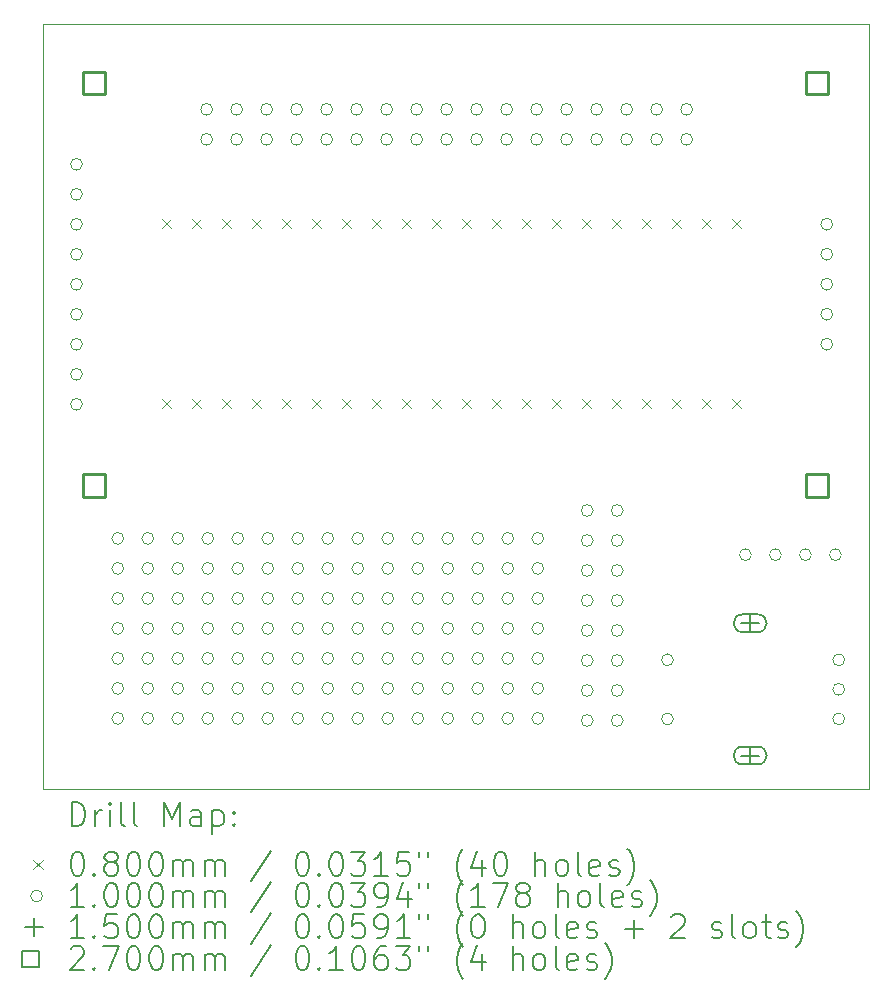
<source format=gbr>
%TF.GenerationSoftware,KiCad,Pcbnew,7.0.1*%
%TF.CreationDate,2024-04-08T12:26:27+03:00*%
%TF.ProjectId,double_flop,646f7562-6c65-45f6-966c-6f702e6b6963,rev?*%
%TF.SameCoordinates,Original*%
%TF.FileFunction,Drillmap*%
%TF.FilePolarity,Positive*%
%FSLAX45Y45*%
G04 Gerber Fmt 4.5, Leading zero omitted, Abs format (unit mm)*
G04 Created by KiCad (PCBNEW 7.0.1) date 2024-04-08 12:26:27*
%MOMM*%
%LPD*%
G01*
G04 APERTURE LIST*
%ADD10C,0.100000*%
%ADD11C,0.200000*%
%ADD12C,0.080000*%
%ADD13C,0.150000*%
%ADD14C,0.270000*%
G04 APERTURE END LIST*
D10*
X20439250Y-2259750D02*
X13444250Y-2259750D01*
X13444250Y-8729750D01*
X20439250Y-8729750D01*
X20439250Y-2259750D01*
D11*
D12*
X14448250Y-3907250D02*
X14528250Y-3987250D01*
X14528250Y-3907250D02*
X14448250Y-3987250D01*
X14448250Y-5431250D02*
X14528250Y-5511250D01*
X14528250Y-5431250D02*
X14448250Y-5511250D01*
X14702250Y-3907250D02*
X14782250Y-3987250D01*
X14782250Y-3907250D02*
X14702250Y-3987250D01*
X14702250Y-5431250D02*
X14782250Y-5511250D01*
X14782250Y-5431250D02*
X14702250Y-5511250D01*
X14956250Y-3907250D02*
X15036250Y-3987250D01*
X15036250Y-3907250D02*
X14956250Y-3987250D01*
X14956250Y-5431250D02*
X15036250Y-5511250D01*
X15036250Y-5431250D02*
X14956250Y-5511250D01*
X15210250Y-3907250D02*
X15290250Y-3987250D01*
X15290250Y-3907250D02*
X15210250Y-3987250D01*
X15210250Y-5431250D02*
X15290250Y-5511250D01*
X15290250Y-5431250D02*
X15210250Y-5511250D01*
X15464250Y-3907250D02*
X15544250Y-3987250D01*
X15544250Y-3907250D02*
X15464250Y-3987250D01*
X15464250Y-5431250D02*
X15544250Y-5511250D01*
X15544250Y-5431250D02*
X15464250Y-5511250D01*
X15718250Y-3907250D02*
X15798250Y-3987250D01*
X15798250Y-3907250D02*
X15718250Y-3987250D01*
X15718250Y-5431250D02*
X15798250Y-5511250D01*
X15798250Y-5431250D02*
X15718250Y-5511250D01*
X15972250Y-3907250D02*
X16052250Y-3987250D01*
X16052250Y-3907250D02*
X15972250Y-3987250D01*
X15972250Y-5431250D02*
X16052250Y-5511250D01*
X16052250Y-5431250D02*
X15972250Y-5511250D01*
X16226250Y-3907250D02*
X16306250Y-3987250D01*
X16306250Y-3907250D02*
X16226250Y-3987250D01*
X16226250Y-5431250D02*
X16306250Y-5511250D01*
X16306250Y-5431250D02*
X16226250Y-5511250D01*
X16480250Y-3907250D02*
X16560250Y-3987250D01*
X16560250Y-3907250D02*
X16480250Y-3987250D01*
X16480250Y-5431250D02*
X16560250Y-5511250D01*
X16560250Y-5431250D02*
X16480250Y-5511250D01*
X16734250Y-3907250D02*
X16814250Y-3987250D01*
X16814250Y-3907250D02*
X16734250Y-3987250D01*
X16734250Y-5431250D02*
X16814250Y-5511250D01*
X16814250Y-5431250D02*
X16734250Y-5511250D01*
X16988250Y-3907250D02*
X17068250Y-3987250D01*
X17068250Y-3907250D02*
X16988250Y-3987250D01*
X16988250Y-5431250D02*
X17068250Y-5511250D01*
X17068250Y-5431250D02*
X16988250Y-5511250D01*
X17242250Y-3907250D02*
X17322250Y-3987250D01*
X17322250Y-3907250D02*
X17242250Y-3987250D01*
X17242250Y-5431250D02*
X17322250Y-5511250D01*
X17322250Y-5431250D02*
X17242250Y-5511250D01*
X17496250Y-3907250D02*
X17576250Y-3987250D01*
X17576250Y-3907250D02*
X17496250Y-3987250D01*
X17496250Y-5431250D02*
X17576250Y-5511250D01*
X17576250Y-5431250D02*
X17496250Y-5511250D01*
X17750250Y-3907250D02*
X17830250Y-3987250D01*
X17830250Y-3907250D02*
X17750250Y-3987250D01*
X17750250Y-5431250D02*
X17830250Y-5511250D01*
X17830250Y-5431250D02*
X17750250Y-5511250D01*
X18004250Y-3907250D02*
X18084250Y-3987250D01*
X18084250Y-3907250D02*
X18004250Y-3987250D01*
X18004250Y-5431250D02*
X18084250Y-5511250D01*
X18084250Y-5431250D02*
X18004250Y-5511250D01*
X18258250Y-3907250D02*
X18338250Y-3987250D01*
X18338250Y-3907250D02*
X18258250Y-3987250D01*
X18258250Y-5431250D02*
X18338250Y-5511250D01*
X18338250Y-5431250D02*
X18258250Y-5511250D01*
X18512250Y-3907250D02*
X18592250Y-3987250D01*
X18592250Y-3907250D02*
X18512250Y-3987250D01*
X18512250Y-5431250D02*
X18592250Y-5511250D01*
X18592250Y-5431250D02*
X18512250Y-5511250D01*
X18766250Y-3907250D02*
X18846250Y-3987250D01*
X18846250Y-3907250D02*
X18766250Y-3987250D01*
X18766250Y-5431250D02*
X18846250Y-5511250D01*
X18846250Y-5431250D02*
X18766250Y-5511250D01*
X19020250Y-3907250D02*
X19100250Y-3987250D01*
X19100250Y-3907250D02*
X19020250Y-3987250D01*
X19020250Y-5431250D02*
X19100250Y-5511250D01*
X19100250Y-5431250D02*
X19020250Y-5511250D01*
X19274250Y-3907250D02*
X19354250Y-3987250D01*
X19354250Y-3907250D02*
X19274250Y-3987250D01*
X19274250Y-5431250D02*
X19354250Y-5511250D01*
X19354250Y-5431250D02*
X19274250Y-5511250D01*
D10*
X13776000Y-3443750D02*
G75*
G03*
X13776000Y-3443750I-50000J0D01*
G01*
X13776000Y-3697750D02*
G75*
G03*
X13776000Y-3697750I-50000J0D01*
G01*
X13776000Y-3951750D02*
G75*
G03*
X13776000Y-3951750I-50000J0D01*
G01*
X13776000Y-4205750D02*
G75*
G03*
X13776000Y-4205750I-50000J0D01*
G01*
X13776000Y-4459750D02*
G75*
G03*
X13776000Y-4459750I-50000J0D01*
G01*
X13776000Y-4713750D02*
G75*
G03*
X13776000Y-4713750I-50000J0D01*
G01*
X13776000Y-4967750D02*
G75*
G03*
X13776000Y-4967750I-50000J0D01*
G01*
X13776000Y-5221750D02*
G75*
G03*
X13776000Y-5221750I-50000J0D01*
G01*
X13776000Y-5475750D02*
G75*
G03*
X13776000Y-5475750I-50000J0D01*
G01*
X14126000Y-6612000D02*
G75*
G03*
X14126000Y-6612000I-50000J0D01*
G01*
X14126000Y-6866000D02*
G75*
G03*
X14126000Y-6866000I-50000J0D01*
G01*
X14126000Y-7120000D02*
G75*
G03*
X14126000Y-7120000I-50000J0D01*
G01*
X14126000Y-7374000D02*
G75*
G03*
X14126000Y-7374000I-50000J0D01*
G01*
X14126000Y-7628000D02*
G75*
G03*
X14126000Y-7628000I-50000J0D01*
G01*
X14126000Y-7882000D02*
G75*
G03*
X14126000Y-7882000I-50000J0D01*
G01*
X14126000Y-8136000D02*
G75*
G03*
X14126000Y-8136000I-50000J0D01*
G01*
X14380000Y-6612000D02*
G75*
G03*
X14380000Y-6612000I-50000J0D01*
G01*
X14380000Y-6866000D02*
G75*
G03*
X14380000Y-6866000I-50000J0D01*
G01*
X14380000Y-7120000D02*
G75*
G03*
X14380000Y-7120000I-50000J0D01*
G01*
X14380000Y-7374000D02*
G75*
G03*
X14380000Y-7374000I-50000J0D01*
G01*
X14380000Y-7628000D02*
G75*
G03*
X14380000Y-7628000I-50000J0D01*
G01*
X14380000Y-7882000D02*
G75*
G03*
X14380000Y-7882000I-50000J0D01*
G01*
X14380000Y-8136000D02*
G75*
G03*
X14380000Y-8136000I-50000J0D01*
G01*
X14634000Y-6612000D02*
G75*
G03*
X14634000Y-6612000I-50000J0D01*
G01*
X14634000Y-6866000D02*
G75*
G03*
X14634000Y-6866000I-50000J0D01*
G01*
X14634000Y-7120000D02*
G75*
G03*
X14634000Y-7120000I-50000J0D01*
G01*
X14634000Y-7374000D02*
G75*
G03*
X14634000Y-7374000I-50000J0D01*
G01*
X14634000Y-7628000D02*
G75*
G03*
X14634000Y-7628000I-50000J0D01*
G01*
X14634000Y-7882000D02*
G75*
G03*
X14634000Y-7882000I-50000J0D01*
G01*
X14634000Y-8136000D02*
G75*
G03*
X14634000Y-8136000I-50000J0D01*
G01*
X14877750Y-2979750D02*
G75*
G03*
X14877750Y-2979750I-50000J0D01*
G01*
X14877750Y-3233750D02*
G75*
G03*
X14877750Y-3233750I-50000J0D01*
G01*
X14888000Y-6612000D02*
G75*
G03*
X14888000Y-6612000I-50000J0D01*
G01*
X14888000Y-6866000D02*
G75*
G03*
X14888000Y-6866000I-50000J0D01*
G01*
X14888000Y-7120000D02*
G75*
G03*
X14888000Y-7120000I-50000J0D01*
G01*
X14888000Y-7374000D02*
G75*
G03*
X14888000Y-7374000I-50000J0D01*
G01*
X14888000Y-7628000D02*
G75*
G03*
X14888000Y-7628000I-50000J0D01*
G01*
X14888000Y-7882000D02*
G75*
G03*
X14888000Y-7882000I-50000J0D01*
G01*
X14888000Y-8136000D02*
G75*
G03*
X14888000Y-8136000I-50000J0D01*
G01*
X15131750Y-2979750D02*
G75*
G03*
X15131750Y-2979750I-50000J0D01*
G01*
X15131750Y-3233750D02*
G75*
G03*
X15131750Y-3233750I-50000J0D01*
G01*
X15142000Y-6612000D02*
G75*
G03*
X15142000Y-6612000I-50000J0D01*
G01*
X15142000Y-6866000D02*
G75*
G03*
X15142000Y-6866000I-50000J0D01*
G01*
X15142000Y-7120000D02*
G75*
G03*
X15142000Y-7120000I-50000J0D01*
G01*
X15142000Y-7374000D02*
G75*
G03*
X15142000Y-7374000I-50000J0D01*
G01*
X15142000Y-7628000D02*
G75*
G03*
X15142000Y-7628000I-50000J0D01*
G01*
X15142000Y-7882000D02*
G75*
G03*
X15142000Y-7882000I-50000J0D01*
G01*
X15142000Y-8136000D02*
G75*
G03*
X15142000Y-8136000I-50000J0D01*
G01*
X15385750Y-2979750D02*
G75*
G03*
X15385750Y-2979750I-50000J0D01*
G01*
X15385750Y-3233750D02*
G75*
G03*
X15385750Y-3233750I-50000J0D01*
G01*
X15396000Y-6612000D02*
G75*
G03*
X15396000Y-6612000I-50000J0D01*
G01*
X15396000Y-6866000D02*
G75*
G03*
X15396000Y-6866000I-50000J0D01*
G01*
X15396000Y-7120000D02*
G75*
G03*
X15396000Y-7120000I-50000J0D01*
G01*
X15396000Y-7374000D02*
G75*
G03*
X15396000Y-7374000I-50000J0D01*
G01*
X15396000Y-7628000D02*
G75*
G03*
X15396000Y-7628000I-50000J0D01*
G01*
X15396000Y-7882000D02*
G75*
G03*
X15396000Y-7882000I-50000J0D01*
G01*
X15396000Y-8136000D02*
G75*
G03*
X15396000Y-8136000I-50000J0D01*
G01*
X15639750Y-2979750D02*
G75*
G03*
X15639750Y-2979750I-50000J0D01*
G01*
X15639750Y-3233750D02*
G75*
G03*
X15639750Y-3233750I-50000J0D01*
G01*
X15650000Y-6612000D02*
G75*
G03*
X15650000Y-6612000I-50000J0D01*
G01*
X15650000Y-6866000D02*
G75*
G03*
X15650000Y-6866000I-50000J0D01*
G01*
X15650000Y-7120000D02*
G75*
G03*
X15650000Y-7120000I-50000J0D01*
G01*
X15650000Y-7374000D02*
G75*
G03*
X15650000Y-7374000I-50000J0D01*
G01*
X15650000Y-7628000D02*
G75*
G03*
X15650000Y-7628000I-50000J0D01*
G01*
X15650000Y-7882000D02*
G75*
G03*
X15650000Y-7882000I-50000J0D01*
G01*
X15650000Y-8136000D02*
G75*
G03*
X15650000Y-8136000I-50000J0D01*
G01*
X15893750Y-2979750D02*
G75*
G03*
X15893750Y-2979750I-50000J0D01*
G01*
X15893750Y-3233750D02*
G75*
G03*
X15893750Y-3233750I-50000J0D01*
G01*
X15904000Y-6612000D02*
G75*
G03*
X15904000Y-6612000I-50000J0D01*
G01*
X15904000Y-6866000D02*
G75*
G03*
X15904000Y-6866000I-50000J0D01*
G01*
X15904000Y-7120000D02*
G75*
G03*
X15904000Y-7120000I-50000J0D01*
G01*
X15904000Y-7374000D02*
G75*
G03*
X15904000Y-7374000I-50000J0D01*
G01*
X15904000Y-7628000D02*
G75*
G03*
X15904000Y-7628000I-50000J0D01*
G01*
X15904000Y-7882000D02*
G75*
G03*
X15904000Y-7882000I-50000J0D01*
G01*
X15904000Y-8136000D02*
G75*
G03*
X15904000Y-8136000I-50000J0D01*
G01*
X16147750Y-2979750D02*
G75*
G03*
X16147750Y-2979750I-50000J0D01*
G01*
X16147750Y-3233750D02*
G75*
G03*
X16147750Y-3233750I-50000J0D01*
G01*
X16158000Y-6612000D02*
G75*
G03*
X16158000Y-6612000I-50000J0D01*
G01*
X16158000Y-6866000D02*
G75*
G03*
X16158000Y-6866000I-50000J0D01*
G01*
X16158000Y-7120000D02*
G75*
G03*
X16158000Y-7120000I-50000J0D01*
G01*
X16158000Y-7374000D02*
G75*
G03*
X16158000Y-7374000I-50000J0D01*
G01*
X16158000Y-7628000D02*
G75*
G03*
X16158000Y-7628000I-50000J0D01*
G01*
X16158000Y-7882000D02*
G75*
G03*
X16158000Y-7882000I-50000J0D01*
G01*
X16158000Y-8136000D02*
G75*
G03*
X16158000Y-8136000I-50000J0D01*
G01*
X16401750Y-2979750D02*
G75*
G03*
X16401750Y-2979750I-50000J0D01*
G01*
X16401750Y-3233750D02*
G75*
G03*
X16401750Y-3233750I-50000J0D01*
G01*
X16412000Y-6612000D02*
G75*
G03*
X16412000Y-6612000I-50000J0D01*
G01*
X16412000Y-6866000D02*
G75*
G03*
X16412000Y-6866000I-50000J0D01*
G01*
X16412000Y-7120000D02*
G75*
G03*
X16412000Y-7120000I-50000J0D01*
G01*
X16412000Y-7374000D02*
G75*
G03*
X16412000Y-7374000I-50000J0D01*
G01*
X16412000Y-7628000D02*
G75*
G03*
X16412000Y-7628000I-50000J0D01*
G01*
X16412000Y-7882000D02*
G75*
G03*
X16412000Y-7882000I-50000J0D01*
G01*
X16412000Y-8136000D02*
G75*
G03*
X16412000Y-8136000I-50000J0D01*
G01*
X16655750Y-2979750D02*
G75*
G03*
X16655750Y-2979750I-50000J0D01*
G01*
X16655750Y-3233750D02*
G75*
G03*
X16655750Y-3233750I-50000J0D01*
G01*
X16666000Y-6612000D02*
G75*
G03*
X16666000Y-6612000I-50000J0D01*
G01*
X16666000Y-6866000D02*
G75*
G03*
X16666000Y-6866000I-50000J0D01*
G01*
X16666000Y-7120000D02*
G75*
G03*
X16666000Y-7120000I-50000J0D01*
G01*
X16666000Y-7374000D02*
G75*
G03*
X16666000Y-7374000I-50000J0D01*
G01*
X16666000Y-7628000D02*
G75*
G03*
X16666000Y-7628000I-50000J0D01*
G01*
X16666000Y-7882000D02*
G75*
G03*
X16666000Y-7882000I-50000J0D01*
G01*
X16666000Y-8136000D02*
G75*
G03*
X16666000Y-8136000I-50000J0D01*
G01*
X16909750Y-2979750D02*
G75*
G03*
X16909750Y-2979750I-50000J0D01*
G01*
X16909750Y-3233750D02*
G75*
G03*
X16909750Y-3233750I-50000J0D01*
G01*
X16920000Y-6612000D02*
G75*
G03*
X16920000Y-6612000I-50000J0D01*
G01*
X16920000Y-6866000D02*
G75*
G03*
X16920000Y-6866000I-50000J0D01*
G01*
X16920000Y-7120000D02*
G75*
G03*
X16920000Y-7120000I-50000J0D01*
G01*
X16920000Y-7374000D02*
G75*
G03*
X16920000Y-7374000I-50000J0D01*
G01*
X16920000Y-7628000D02*
G75*
G03*
X16920000Y-7628000I-50000J0D01*
G01*
X16920000Y-7882000D02*
G75*
G03*
X16920000Y-7882000I-50000J0D01*
G01*
X16920000Y-8136000D02*
G75*
G03*
X16920000Y-8136000I-50000J0D01*
G01*
X17163750Y-2979750D02*
G75*
G03*
X17163750Y-2979750I-50000J0D01*
G01*
X17163750Y-3233750D02*
G75*
G03*
X17163750Y-3233750I-50000J0D01*
G01*
X17174000Y-6612000D02*
G75*
G03*
X17174000Y-6612000I-50000J0D01*
G01*
X17174000Y-6866000D02*
G75*
G03*
X17174000Y-6866000I-50000J0D01*
G01*
X17174000Y-7120000D02*
G75*
G03*
X17174000Y-7120000I-50000J0D01*
G01*
X17174000Y-7374000D02*
G75*
G03*
X17174000Y-7374000I-50000J0D01*
G01*
X17174000Y-7628000D02*
G75*
G03*
X17174000Y-7628000I-50000J0D01*
G01*
X17174000Y-7882000D02*
G75*
G03*
X17174000Y-7882000I-50000J0D01*
G01*
X17174000Y-8136000D02*
G75*
G03*
X17174000Y-8136000I-50000J0D01*
G01*
X17417750Y-2979750D02*
G75*
G03*
X17417750Y-2979750I-50000J0D01*
G01*
X17417750Y-3233750D02*
G75*
G03*
X17417750Y-3233750I-50000J0D01*
G01*
X17428000Y-6612000D02*
G75*
G03*
X17428000Y-6612000I-50000J0D01*
G01*
X17428000Y-6866000D02*
G75*
G03*
X17428000Y-6866000I-50000J0D01*
G01*
X17428000Y-7120000D02*
G75*
G03*
X17428000Y-7120000I-50000J0D01*
G01*
X17428000Y-7374000D02*
G75*
G03*
X17428000Y-7374000I-50000J0D01*
G01*
X17428000Y-7628000D02*
G75*
G03*
X17428000Y-7628000I-50000J0D01*
G01*
X17428000Y-7882000D02*
G75*
G03*
X17428000Y-7882000I-50000J0D01*
G01*
X17428000Y-8136000D02*
G75*
G03*
X17428000Y-8136000I-50000J0D01*
G01*
X17671750Y-2979750D02*
G75*
G03*
X17671750Y-2979750I-50000J0D01*
G01*
X17671750Y-3233750D02*
G75*
G03*
X17671750Y-3233750I-50000J0D01*
G01*
X17682000Y-6612000D02*
G75*
G03*
X17682000Y-6612000I-50000J0D01*
G01*
X17682000Y-6866000D02*
G75*
G03*
X17682000Y-6866000I-50000J0D01*
G01*
X17682000Y-7120000D02*
G75*
G03*
X17682000Y-7120000I-50000J0D01*
G01*
X17682000Y-7374000D02*
G75*
G03*
X17682000Y-7374000I-50000J0D01*
G01*
X17682000Y-7628000D02*
G75*
G03*
X17682000Y-7628000I-50000J0D01*
G01*
X17682000Y-7882000D02*
G75*
G03*
X17682000Y-7882000I-50000J0D01*
G01*
X17682000Y-8136000D02*
G75*
G03*
X17682000Y-8136000I-50000J0D01*
G01*
X17925750Y-2979750D02*
G75*
G03*
X17925750Y-2979750I-50000J0D01*
G01*
X17925750Y-3233750D02*
G75*
G03*
X17925750Y-3233750I-50000J0D01*
G01*
X18100000Y-6376000D02*
G75*
G03*
X18100000Y-6376000I-50000J0D01*
G01*
X18100000Y-6630000D02*
G75*
G03*
X18100000Y-6630000I-50000J0D01*
G01*
X18100000Y-6884000D02*
G75*
G03*
X18100000Y-6884000I-50000J0D01*
G01*
X18100000Y-7138000D02*
G75*
G03*
X18100000Y-7138000I-50000J0D01*
G01*
X18100000Y-7392000D02*
G75*
G03*
X18100000Y-7392000I-50000J0D01*
G01*
X18100000Y-7646000D02*
G75*
G03*
X18100000Y-7646000I-50000J0D01*
G01*
X18100000Y-7900000D02*
G75*
G03*
X18100000Y-7900000I-50000J0D01*
G01*
X18100000Y-8154000D02*
G75*
G03*
X18100000Y-8154000I-50000J0D01*
G01*
X18179750Y-2979750D02*
G75*
G03*
X18179750Y-2979750I-50000J0D01*
G01*
X18179750Y-3233750D02*
G75*
G03*
X18179750Y-3233750I-50000J0D01*
G01*
X18354000Y-6376000D02*
G75*
G03*
X18354000Y-6376000I-50000J0D01*
G01*
X18354000Y-6630000D02*
G75*
G03*
X18354000Y-6630000I-50000J0D01*
G01*
X18354000Y-6884000D02*
G75*
G03*
X18354000Y-6884000I-50000J0D01*
G01*
X18354000Y-7138000D02*
G75*
G03*
X18354000Y-7138000I-50000J0D01*
G01*
X18354000Y-7392000D02*
G75*
G03*
X18354000Y-7392000I-50000J0D01*
G01*
X18354000Y-7646000D02*
G75*
G03*
X18354000Y-7646000I-50000J0D01*
G01*
X18354000Y-7900000D02*
G75*
G03*
X18354000Y-7900000I-50000J0D01*
G01*
X18354000Y-8154000D02*
G75*
G03*
X18354000Y-8154000I-50000J0D01*
G01*
X18433750Y-2979750D02*
G75*
G03*
X18433750Y-2979750I-50000J0D01*
G01*
X18433750Y-3233750D02*
G75*
G03*
X18433750Y-3233750I-50000J0D01*
G01*
X18687750Y-2979750D02*
G75*
G03*
X18687750Y-2979750I-50000J0D01*
G01*
X18687750Y-3233750D02*
G75*
G03*
X18687750Y-3233750I-50000J0D01*
G01*
X18780000Y-7640000D02*
G75*
G03*
X18780000Y-7640000I-50000J0D01*
G01*
X18780000Y-8140000D02*
G75*
G03*
X18780000Y-8140000I-50000J0D01*
G01*
X18941750Y-2979750D02*
G75*
G03*
X18941750Y-2979750I-50000J0D01*
G01*
X18941750Y-3233750D02*
G75*
G03*
X18941750Y-3233750I-50000J0D01*
G01*
X19440000Y-6750000D02*
G75*
G03*
X19440000Y-6750000I-50000J0D01*
G01*
X19694000Y-6750000D02*
G75*
G03*
X19694000Y-6750000I-50000J0D01*
G01*
X19948000Y-6750000D02*
G75*
G03*
X19948000Y-6750000I-50000J0D01*
G01*
X20128000Y-3951750D02*
G75*
G03*
X20128000Y-3951750I-50000J0D01*
G01*
X20128000Y-4205750D02*
G75*
G03*
X20128000Y-4205750I-50000J0D01*
G01*
X20128000Y-4459750D02*
G75*
G03*
X20128000Y-4459750I-50000J0D01*
G01*
X20128000Y-4713750D02*
G75*
G03*
X20128000Y-4713750I-50000J0D01*
G01*
X20128000Y-4967750D02*
G75*
G03*
X20128000Y-4967750I-50000J0D01*
G01*
X20202000Y-6750000D02*
G75*
G03*
X20202000Y-6750000I-50000J0D01*
G01*
X20230000Y-7640000D02*
G75*
G03*
X20230000Y-7640000I-50000J0D01*
G01*
X20230000Y-7890000D02*
G75*
G03*
X20230000Y-7890000I-50000J0D01*
G01*
X20230000Y-8140000D02*
G75*
G03*
X20230000Y-8140000I-50000J0D01*
G01*
D13*
X19430000Y-7255000D02*
X19430000Y-7405000D01*
X19355000Y-7330000D02*
X19505000Y-7330000D01*
D11*
X19495000Y-7255000D02*
X19365000Y-7255000D01*
X19365000Y-7255000D02*
G75*
G03*
X19365000Y-7405000I0J-75000D01*
G01*
X19365000Y-7405000D02*
X19495000Y-7405000D01*
X19495000Y-7405000D02*
G75*
G03*
X19495000Y-7255000I0J75000D01*
G01*
D13*
X19430000Y-8375000D02*
X19430000Y-8525000D01*
X19355000Y-8450000D02*
X19505000Y-8450000D01*
D11*
X19495000Y-8375000D02*
X19365000Y-8375000D01*
X19365000Y-8375000D02*
G75*
G03*
X19365000Y-8525000I0J-75000D01*
G01*
X19365000Y-8525000D02*
X19495000Y-8525000D01*
X19495000Y-8525000D02*
G75*
G03*
X19495000Y-8375000I0J75000D01*
G01*
D14*
X13971460Y-2850210D02*
X13971460Y-2659290D01*
X13780540Y-2659290D01*
X13780540Y-2850210D01*
X13971460Y-2850210D01*
X13971460Y-6260210D02*
X13971460Y-6069290D01*
X13780540Y-6069290D01*
X13780540Y-6260210D01*
X13971460Y-6260210D01*
X20091460Y-2850210D02*
X20091460Y-2659290D01*
X19900540Y-2659290D01*
X19900540Y-2850210D01*
X20091460Y-2850210D01*
X20091460Y-6260210D02*
X20091460Y-6069290D01*
X19900540Y-6069290D01*
X19900540Y-6260210D01*
X20091460Y-6260210D01*
D11*
X13686869Y-9047274D02*
X13686869Y-8847274D01*
X13686869Y-8847274D02*
X13734488Y-8847274D01*
X13734488Y-8847274D02*
X13763059Y-8856798D01*
X13763059Y-8856798D02*
X13782107Y-8875845D01*
X13782107Y-8875845D02*
X13791631Y-8894893D01*
X13791631Y-8894893D02*
X13801155Y-8932988D01*
X13801155Y-8932988D02*
X13801155Y-8961560D01*
X13801155Y-8961560D02*
X13791631Y-8999655D01*
X13791631Y-8999655D02*
X13782107Y-9018702D01*
X13782107Y-9018702D02*
X13763059Y-9037750D01*
X13763059Y-9037750D02*
X13734488Y-9047274D01*
X13734488Y-9047274D02*
X13686869Y-9047274D01*
X13886869Y-9047274D02*
X13886869Y-8913940D01*
X13886869Y-8952036D02*
X13896393Y-8932988D01*
X13896393Y-8932988D02*
X13905917Y-8923464D01*
X13905917Y-8923464D02*
X13924964Y-8913940D01*
X13924964Y-8913940D02*
X13944012Y-8913940D01*
X14010678Y-9047274D02*
X14010678Y-8913940D01*
X14010678Y-8847274D02*
X14001155Y-8856798D01*
X14001155Y-8856798D02*
X14010678Y-8866321D01*
X14010678Y-8866321D02*
X14020202Y-8856798D01*
X14020202Y-8856798D02*
X14010678Y-8847274D01*
X14010678Y-8847274D02*
X14010678Y-8866321D01*
X14134488Y-9047274D02*
X14115440Y-9037750D01*
X14115440Y-9037750D02*
X14105917Y-9018702D01*
X14105917Y-9018702D02*
X14105917Y-8847274D01*
X14239250Y-9047274D02*
X14220202Y-9037750D01*
X14220202Y-9037750D02*
X14210678Y-9018702D01*
X14210678Y-9018702D02*
X14210678Y-8847274D01*
X14467821Y-9047274D02*
X14467821Y-8847274D01*
X14467821Y-8847274D02*
X14534488Y-8990131D01*
X14534488Y-8990131D02*
X14601155Y-8847274D01*
X14601155Y-8847274D02*
X14601155Y-9047274D01*
X14782107Y-9047274D02*
X14782107Y-8942512D01*
X14782107Y-8942512D02*
X14772583Y-8923464D01*
X14772583Y-8923464D02*
X14753536Y-8913940D01*
X14753536Y-8913940D02*
X14715440Y-8913940D01*
X14715440Y-8913940D02*
X14696393Y-8923464D01*
X14782107Y-9037750D02*
X14763059Y-9047274D01*
X14763059Y-9047274D02*
X14715440Y-9047274D01*
X14715440Y-9047274D02*
X14696393Y-9037750D01*
X14696393Y-9037750D02*
X14686869Y-9018702D01*
X14686869Y-9018702D02*
X14686869Y-8999655D01*
X14686869Y-8999655D02*
X14696393Y-8980607D01*
X14696393Y-8980607D02*
X14715440Y-8971083D01*
X14715440Y-8971083D02*
X14763059Y-8971083D01*
X14763059Y-8971083D02*
X14782107Y-8961560D01*
X14877345Y-8913940D02*
X14877345Y-9113940D01*
X14877345Y-8923464D02*
X14896393Y-8913940D01*
X14896393Y-8913940D02*
X14934488Y-8913940D01*
X14934488Y-8913940D02*
X14953536Y-8923464D01*
X14953536Y-8923464D02*
X14963059Y-8932988D01*
X14963059Y-8932988D02*
X14972583Y-8952036D01*
X14972583Y-8952036D02*
X14972583Y-9009179D01*
X14972583Y-9009179D02*
X14963059Y-9028226D01*
X14963059Y-9028226D02*
X14953536Y-9037750D01*
X14953536Y-9037750D02*
X14934488Y-9047274D01*
X14934488Y-9047274D02*
X14896393Y-9047274D01*
X14896393Y-9047274D02*
X14877345Y-9037750D01*
X15058298Y-9028226D02*
X15067821Y-9037750D01*
X15067821Y-9037750D02*
X15058298Y-9047274D01*
X15058298Y-9047274D02*
X15048774Y-9037750D01*
X15048774Y-9037750D02*
X15058298Y-9028226D01*
X15058298Y-9028226D02*
X15058298Y-9047274D01*
X15058298Y-8923464D02*
X15067821Y-8932988D01*
X15067821Y-8932988D02*
X15058298Y-8942512D01*
X15058298Y-8942512D02*
X15048774Y-8932988D01*
X15048774Y-8932988D02*
X15058298Y-8923464D01*
X15058298Y-8923464D02*
X15058298Y-8942512D01*
D12*
X13359250Y-9334750D02*
X13439250Y-9414750D01*
X13439250Y-9334750D02*
X13359250Y-9414750D01*
D11*
X13724964Y-9267274D02*
X13744012Y-9267274D01*
X13744012Y-9267274D02*
X13763059Y-9276798D01*
X13763059Y-9276798D02*
X13772583Y-9286321D01*
X13772583Y-9286321D02*
X13782107Y-9305369D01*
X13782107Y-9305369D02*
X13791631Y-9343464D01*
X13791631Y-9343464D02*
X13791631Y-9391083D01*
X13791631Y-9391083D02*
X13782107Y-9429179D01*
X13782107Y-9429179D02*
X13772583Y-9448226D01*
X13772583Y-9448226D02*
X13763059Y-9457750D01*
X13763059Y-9457750D02*
X13744012Y-9467274D01*
X13744012Y-9467274D02*
X13724964Y-9467274D01*
X13724964Y-9467274D02*
X13705917Y-9457750D01*
X13705917Y-9457750D02*
X13696393Y-9448226D01*
X13696393Y-9448226D02*
X13686869Y-9429179D01*
X13686869Y-9429179D02*
X13677345Y-9391083D01*
X13677345Y-9391083D02*
X13677345Y-9343464D01*
X13677345Y-9343464D02*
X13686869Y-9305369D01*
X13686869Y-9305369D02*
X13696393Y-9286321D01*
X13696393Y-9286321D02*
X13705917Y-9276798D01*
X13705917Y-9276798D02*
X13724964Y-9267274D01*
X13877345Y-9448226D02*
X13886869Y-9457750D01*
X13886869Y-9457750D02*
X13877345Y-9467274D01*
X13877345Y-9467274D02*
X13867821Y-9457750D01*
X13867821Y-9457750D02*
X13877345Y-9448226D01*
X13877345Y-9448226D02*
X13877345Y-9467274D01*
X14001155Y-9352988D02*
X13982107Y-9343464D01*
X13982107Y-9343464D02*
X13972583Y-9333940D01*
X13972583Y-9333940D02*
X13963059Y-9314893D01*
X13963059Y-9314893D02*
X13963059Y-9305369D01*
X13963059Y-9305369D02*
X13972583Y-9286321D01*
X13972583Y-9286321D02*
X13982107Y-9276798D01*
X13982107Y-9276798D02*
X14001155Y-9267274D01*
X14001155Y-9267274D02*
X14039250Y-9267274D01*
X14039250Y-9267274D02*
X14058298Y-9276798D01*
X14058298Y-9276798D02*
X14067821Y-9286321D01*
X14067821Y-9286321D02*
X14077345Y-9305369D01*
X14077345Y-9305369D02*
X14077345Y-9314893D01*
X14077345Y-9314893D02*
X14067821Y-9333940D01*
X14067821Y-9333940D02*
X14058298Y-9343464D01*
X14058298Y-9343464D02*
X14039250Y-9352988D01*
X14039250Y-9352988D02*
X14001155Y-9352988D01*
X14001155Y-9352988D02*
X13982107Y-9362512D01*
X13982107Y-9362512D02*
X13972583Y-9372036D01*
X13972583Y-9372036D02*
X13963059Y-9391083D01*
X13963059Y-9391083D02*
X13963059Y-9429179D01*
X13963059Y-9429179D02*
X13972583Y-9448226D01*
X13972583Y-9448226D02*
X13982107Y-9457750D01*
X13982107Y-9457750D02*
X14001155Y-9467274D01*
X14001155Y-9467274D02*
X14039250Y-9467274D01*
X14039250Y-9467274D02*
X14058298Y-9457750D01*
X14058298Y-9457750D02*
X14067821Y-9448226D01*
X14067821Y-9448226D02*
X14077345Y-9429179D01*
X14077345Y-9429179D02*
X14077345Y-9391083D01*
X14077345Y-9391083D02*
X14067821Y-9372036D01*
X14067821Y-9372036D02*
X14058298Y-9362512D01*
X14058298Y-9362512D02*
X14039250Y-9352988D01*
X14201155Y-9267274D02*
X14220202Y-9267274D01*
X14220202Y-9267274D02*
X14239250Y-9276798D01*
X14239250Y-9276798D02*
X14248774Y-9286321D01*
X14248774Y-9286321D02*
X14258298Y-9305369D01*
X14258298Y-9305369D02*
X14267821Y-9343464D01*
X14267821Y-9343464D02*
X14267821Y-9391083D01*
X14267821Y-9391083D02*
X14258298Y-9429179D01*
X14258298Y-9429179D02*
X14248774Y-9448226D01*
X14248774Y-9448226D02*
X14239250Y-9457750D01*
X14239250Y-9457750D02*
X14220202Y-9467274D01*
X14220202Y-9467274D02*
X14201155Y-9467274D01*
X14201155Y-9467274D02*
X14182107Y-9457750D01*
X14182107Y-9457750D02*
X14172583Y-9448226D01*
X14172583Y-9448226D02*
X14163059Y-9429179D01*
X14163059Y-9429179D02*
X14153536Y-9391083D01*
X14153536Y-9391083D02*
X14153536Y-9343464D01*
X14153536Y-9343464D02*
X14163059Y-9305369D01*
X14163059Y-9305369D02*
X14172583Y-9286321D01*
X14172583Y-9286321D02*
X14182107Y-9276798D01*
X14182107Y-9276798D02*
X14201155Y-9267274D01*
X14391631Y-9267274D02*
X14410679Y-9267274D01*
X14410679Y-9267274D02*
X14429726Y-9276798D01*
X14429726Y-9276798D02*
X14439250Y-9286321D01*
X14439250Y-9286321D02*
X14448774Y-9305369D01*
X14448774Y-9305369D02*
X14458298Y-9343464D01*
X14458298Y-9343464D02*
X14458298Y-9391083D01*
X14458298Y-9391083D02*
X14448774Y-9429179D01*
X14448774Y-9429179D02*
X14439250Y-9448226D01*
X14439250Y-9448226D02*
X14429726Y-9457750D01*
X14429726Y-9457750D02*
X14410679Y-9467274D01*
X14410679Y-9467274D02*
X14391631Y-9467274D01*
X14391631Y-9467274D02*
X14372583Y-9457750D01*
X14372583Y-9457750D02*
X14363059Y-9448226D01*
X14363059Y-9448226D02*
X14353536Y-9429179D01*
X14353536Y-9429179D02*
X14344012Y-9391083D01*
X14344012Y-9391083D02*
X14344012Y-9343464D01*
X14344012Y-9343464D02*
X14353536Y-9305369D01*
X14353536Y-9305369D02*
X14363059Y-9286321D01*
X14363059Y-9286321D02*
X14372583Y-9276798D01*
X14372583Y-9276798D02*
X14391631Y-9267274D01*
X14544012Y-9467274D02*
X14544012Y-9333940D01*
X14544012Y-9352988D02*
X14553536Y-9343464D01*
X14553536Y-9343464D02*
X14572583Y-9333940D01*
X14572583Y-9333940D02*
X14601155Y-9333940D01*
X14601155Y-9333940D02*
X14620202Y-9343464D01*
X14620202Y-9343464D02*
X14629726Y-9362512D01*
X14629726Y-9362512D02*
X14629726Y-9467274D01*
X14629726Y-9362512D02*
X14639250Y-9343464D01*
X14639250Y-9343464D02*
X14658298Y-9333940D01*
X14658298Y-9333940D02*
X14686869Y-9333940D01*
X14686869Y-9333940D02*
X14705917Y-9343464D01*
X14705917Y-9343464D02*
X14715440Y-9362512D01*
X14715440Y-9362512D02*
X14715440Y-9467274D01*
X14810679Y-9467274D02*
X14810679Y-9333940D01*
X14810679Y-9352988D02*
X14820202Y-9343464D01*
X14820202Y-9343464D02*
X14839250Y-9333940D01*
X14839250Y-9333940D02*
X14867821Y-9333940D01*
X14867821Y-9333940D02*
X14886869Y-9343464D01*
X14886869Y-9343464D02*
X14896393Y-9362512D01*
X14896393Y-9362512D02*
X14896393Y-9467274D01*
X14896393Y-9362512D02*
X14905917Y-9343464D01*
X14905917Y-9343464D02*
X14924964Y-9333940D01*
X14924964Y-9333940D02*
X14953536Y-9333940D01*
X14953536Y-9333940D02*
X14972583Y-9343464D01*
X14972583Y-9343464D02*
X14982107Y-9362512D01*
X14982107Y-9362512D02*
X14982107Y-9467274D01*
X15372583Y-9257750D02*
X15201155Y-9514893D01*
X15629726Y-9267274D02*
X15648774Y-9267274D01*
X15648774Y-9267274D02*
X15667822Y-9276798D01*
X15667822Y-9276798D02*
X15677345Y-9286321D01*
X15677345Y-9286321D02*
X15686869Y-9305369D01*
X15686869Y-9305369D02*
X15696393Y-9343464D01*
X15696393Y-9343464D02*
X15696393Y-9391083D01*
X15696393Y-9391083D02*
X15686869Y-9429179D01*
X15686869Y-9429179D02*
X15677345Y-9448226D01*
X15677345Y-9448226D02*
X15667822Y-9457750D01*
X15667822Y-9457750D02*
X15648774Y-9467274D01*
X15648774Y-9467274D02*
X15629726Y-9467274D01*
X15629726Y-9467274D02*
X15610679Y-9457750D01*
X15610679Y-9457750D02*
X15601155Y-9448226D01*
X15601155Y-9448226D02*
X15591631Y-9429179D01*
X15591631Y-9429179D02*
X15582107Y-9391083D01*
X15582107Y-9391083D02*
X15582107Y-9343464D01*
X15582107Y-9343464D02*
X15591631Y-9305369D01*
X15591631Y-9305369D02*
X15601155Y-9286321D01*
X15601155Y-9286321D02*
X15610679Y-9276798D01*
X15610679Y-9276798D02*
X15629726Y-9267274D01*
X15782107Y-9448226D02*
X15791631Y-9457750D01*
X15791631Y-9457750D02*
X15782107Y-9467274D01*
X15782107Y-9467274D02*
X15772583Y-9457750D01*
X15772583Y-9457750D02*
X15782107Y-9448226D01*
X15782107Y-9448226D02*
X15782107Y-9467274D01*
X15915441Y-9267274D02*
X15934488Y-9267274D01*
X15934488Y-9267274D02*
X15953536Y-9276798D01*
X15953536Y-9276798D02*
X15963060Y-9286321D01*
X15963060Y-9286321D02*
X15972583Y-9305369D01*
X15972583Y-9305369D02*
X15982107Y-9343464D01*
X15982107Y-9343464D02*
X15982107Y-9391083D01*
X15982107Y-9391083D02*
X15972583Y-9429179D01*
X15972583Y-9429179D02*
X15963060Y-9448226D01*
X15963060Y-9448226D02*
X15953536Y-9457750D01*
X15953536Y-9457750D02*
X15934488Y-9467274D01*
X15934488Y-9467274D02*
X15915441Y-9467274D01*
X15915441Y-9467274D02*
X15896393Y-9457750D01*
X15896393Y-9457750D02*
X15886869Y-9448226D01*
X15886869Y-9448226D02*
X15877345Y-9429179D01*
X15877345Y-9429179D02*
X15867822Y-9391083D01*
X15867822Y-9391083D02*
X15867822Y-9343464D01*
X15867822Y-9343464D02*
X15877345Y-9305369D01*
X15877345Y-9305369D02*
X15886869Y-9286321D01*
X15886869Y-9286321D02*
X15896393Y-9276798D01*
X15896393Y-9276798D02*
X15915441Y-9267274D01*
X16048774Y-9267274D02*
X16172583Y-9267274D01*
X16172583Y-9267274D02*
X16105917Y-9343464D01*
X16105917Y-9343464D02*
X16134488Y-9343464D01*
X16134488Y-9343464D02*
X16153536Y-9352988D01*
X16153536Y-9352988D02*
X16163060Y-9362512D01*
X16163060Y-9362512D02*
X16172583Y-9381560D01*
X16172583Y-9381560D02*
X16172583Y-9429179D01*
X16172583Y-9429179D02*
X16163060Y-9448226D01*
X16163060Y-9448226D02*
X16153536Y-9457750D01*
X16153536Y-9457750D02*
X16134488Y-9467274D01*
X16134488Y-9467274D02*
X16077345Y-9467274D01*
X16077345Y-9467274D02*
X16058298Y-9457750D01*
X16058298Y-9457750D02*
X16048774Y-9448226D01*
X16363060Y-9467274D02*
X16248774Y-9467274D01*
X16305917Y-9467274D02*
X16305917Y-9267274D01*
X16305917Y-9267274D02*
X16286869Y-9295845D01*
X16286869Y-9295845D02*
X16267822Y-9314893D01*
X16267822Y-9314893D02*
X16248774Y-9324417D01*
X16544012Y-9267274D02*
X16448774Y-9267274D01*
X16448774Y-9267274D02*
X16439250Y-9362512D01*
X16439250Y-9362512D02*
X16448774Y-9352988D01*
X16448774Y-9352988D02*
X16467822Y-9343464D01*
X16467822Y-9343464D02*
X16515441Y-9343464D01*
X16515441Y-9343464D02*
X16534488Y-9352988D01*
X16534488Y-9352988D02*
X16544012Y-9362512D01*
X16544012Y-9362512D02*
X16553536Y-9381560D01*
X16553536Y-9381560D02*
X16553536Y-9429179D01*
X16553536Y-9429179D02*
X16544012Y-9448226D01*
X16544012Y-9448226D02*
X16534488Y-9457750D01*
X16534488Y-9457750D02*
X16515441Y-9467274D01*
X16515441Y-9467274D02*
X16467822Y-9467274D01*
X16467822Y-9467274D02*
X16448774Y-9457750D01*
X16448774Y-9457750D02*
X16439250Y-9448226D01*
X16629726Y-9267274D02*
X16629726Y-9305369D01*
X16705917Y-9267274D02*
X16705917Y-9305369D01*
X17001155Y-9543464D02*
X16991631Y-9533940D01*
X16991631Y-9533940D02*
X16972584Y-9505369D01*
X16972584Y-9505369D02*
X16963060Y-9486321D01*
X16963060Y-9486321D02*
X16953536Y-9457750D01*
X16953536Y-9457750D02*
X16944012Y-9410131D01*
X16944012Y-9410131D02*
X16944012Y-9372036D01*
X16944012Y-9372036D02*
X16953536Y-9324417D01*
X16953536Y-9324417D02*
X16963060Y-9295845D01*
X16963060Y-9295845D02*
X16972584Y-9276798D01*
X16972584Y-9276798D02*
X16991631Y-9248226D01*
X16991631Y-9248226D02*
X17001155Y-9238702D01*
X17163060Y-9333940D02*
X17163060Y-9467274D01*
X17115441Y-9257750D02*
X17067822Y-9400607D01*
X17067822Y-9400607D02*
X17191631Y-9400607D01*
X17305917Y-9267274D02*
X17324965Y-9267274D01*
X17324965Y-9267274D02*
X17344012Y-9276798D01*
X17344012Y-9276798D02*
X17353536Y-9286321D01*
X17353536Y-9286321D02*
X17363060Y-9305369D01*
X17363060Y-9305369D02*
X17372584Y-9343464D01*
X17372584Y-9343464D02*
X17372584Y-9391083D01*
X17372584Y-9391083D02*
X17363060Y-9429179D01*
X17363060Y-9429179D02*
X17353536Y-9448226D01*
X17353536Y-9448226D02*
X17344012Y-9457750D01*
X17344012Y-9457750D02*
X17324965Y-9467274D01*
X17324965Y-9467274D02*
X17305917Y-9467274D01*
X17305917Y-9467274D02*
X17286869Y-9457750D01*
X17286869Y-9457750D02*
X17277346Y-9448226D01*
X17277346Y-9448226D02*
X17267822Y-9429179D01*
X17267822Y-9429179D02*
X17258298Y-9391083D01*
X17258298Y-9391083D02*
X17258298Y-9343464D01*
X17258298Y-9343464D02*
X17267822Y-9305369D01*
X17267822Y-9305369D02*
X17277346Y-9286321D01*
X17277346Y-9286321D02*
X17286869Y-9276798D01*
X17286869Y-9276798D02*
X17305917Y-9267274D01*
X17610679Y-9467274D02*
X17610679Y-9267274D01*
X17696393Y-9467274D02*
X17696393Y-9362512D01*
X17696393Y-9362512D02*
X17686869Y-9343464D01*
X17686869Y-9343464D02*
X17667822Y-9333940D01*
X17667822Y-9333940D02*
X17639250Y-9333940D01*
X17639250Y-9333940D02*
X17620203Y-9343464D01*
X17620203Y-9343464D02*
X17610679Y-9352988D01*
X17820203Y-9467274D02*
X17801155Y-9457750D01*
X17801155Y-9457750D02*
X17791631Y-9448226D01*
X17791631Y-9448226D02*
X17782108Y-9429179D01*
X17782108Y-9429179D02*
X17782108Y-9372036D01*
X17782108Y-9372036D02*
X17791631Y-9352988D01*
X17791631Y-9352988D02*
X17801155Y-9343464D01*
X17801155Y-9343464D02*
X17820203Y-9333940D01*
X17820203Y-9333940D02*
X17848774Y-9333940D01*
X17848774Y-9333940D02*
X17867822Y-9343464D01*
X17867822Y-9343464D02*
X17877346Y-9352988D01*
X17877346Y-9352988D02*
X17886869Y-9372036D01*
X17886869Y-9372036D02*
X17886869Y-9429179D01*
X17886869Y-9429179D02*
X17877346Y-9448226D01*
X17877346Y-9448226D02*
X17867822Y-9457750D01*
X17867822Y-9457750D02*
X17848774Y-9467274D01*
X17848774Y-9467274D02*
X17820203Y-9467274D01*
X18001155Y-9467274D02*
X17982108Y-9457750D01*
X17982108Y-9457750D02*
X17972584Y-9438702D01*
X17972584Y-9438702D02*
X17972584Y-9267274D01*
X18153536Y-9457750D02*
X18134489Y-9467274D01*
X18134489Y-9467274D02*
X18096393Y-9467274D01*
X18096393Y-9467274D02*
X18077346Y-9457750D01*
X18077346Y-9457750D02*
X18067822Y-9438702D01*
X18067822Y-9438702D02*
X18067822Y-9362512D01*
X18067822Y-9362512D02*
X18077346Y-9343464D01*
X18077346Y-9343464D02*
X18096393Y-9333940D01*
X18096393Y-9333940D02*
X18134489Y-9333940D01*
X18134489Y-9333940D02*
X18153536Y-9343464D01*
X18153536Y-9343464D02*
X18163060Y-9362512D01*
X18163060Y-9362512D02*
X18163060Y-9381560D01*
X18163060Y-9381560D02*
X18067822Y-9400607D01*
X18239250Y-9457750D02*
X18258298Y-9467274D01*
X18258298Y-9467274D02*
X18296393Y-9467274D01*
X18296393Y-9467274D02*
X18315441Y-9457750D01*
X18315441Y-9457750D02*
X18324965Y-9438702D01*
X18324965Y-9438702D02*
X18324965Y-9429179D01*
X18324965Y-9429179D02*
X18315441Y-9410131D01*
X18315441Y-9410131D02*
X18296393Y-9400607D01*
X18296393Y-9400607D02*
X18267822Y-9400607D01*
X18267822Y-9400607D02*
X18248774Y-9391083D01*
X18248774Y-9391083D02*
X18239250Y-9372036D01*
X18239250Y-9372036D02*
X18239250Y-9362512D01*
X18239250Y-9362512D02*
X18248774Y-9343464D01*
X18248774Y-9343464D02*
X18267822Y-9333940D01*
X18267822Y-9333940D02*
X18296393Y-9333940D01*
X18296393Y-9333940D02*
X18315441Y-9343464D01*
X18391631Y-9543464D02*
X18401155Y-9533940D01*
X18401155Y-9533940D02*
X18420203Y-9505369D01*
X18420203Y-9505369D02*
X18429727Y-9486321D01*
X18429727Y-9486321D02*
X18439250Y-9457750D01*
X18439250Y-9457750D02*
X18448774Y-9410131D01*
X18448774Y-9410131D02*
X18448774Y-9372036D01*
X18448774Y-9372036D02*
X18439250Y-9324417D01*
X18439250Y-9324417D02*
X18429727Y-9295845D01*
X18429727Y-9295845D02*
X18420203Y-9276798D01*
X18420203Y-9276798D02*
X18401155Y-9248226D01*
X18401155Y-9248226D02*
X18391631Y-9238702D01*
D10*
X13439250Y-9638750D02*
G75*
G03*
X13439250Y-9638750I-50000J0D01*
G01*
D11*
X13791631Y-9731274D02*
X13677345Y-9731274D01*
X13734488Y-9731274D02*
X13734488Y-9531274D01*
X13734488Y-9531274D02*
X13715440Y-9559845D01*
X13715440Y-9559845D02*
X13696393Y-9578893D01*
X13696393Y-9578893D02*
X13677345Y-9588417D01*
X13877345Y-9712226D02*
X13886869Y-9721750D01*
X13886869Y-9721750D02*
X13877345Y-9731274D01*
X13877345Y-9731274D02*
X13867821Y-9721750D01*
X13867821Y-9721750D02*
X13877345Y-9712226D01*
X13877345Y-9712226D02*
X13877345Y-9731274D01*
X14010678Y-9531274D02*
X14029726Y-9531274D01*
X14029726Y-9531274D02*
X14048774Y-9540798D01*
X14048774Y-9540798D02*
X14058298Y-9550321D01*
X14058298Y-9550321D02*
X14067821Y-9569369D01*
X14067821Y-9569369D02*
X14077345Y-9607464D01*
X14077345Y-9607464D02*
X14077345Y-9655083D01*
X14077345Y-9655083D02*
X14067821Y-9693179D01*
X14067821Y-9693179D02*
X14058298Y-9712226D01*
X14058298Y-9712226D02*
X14048774Y-9721750D01*
X14048774Y-9721750D02*
X14029726Y-9731274D01*
X14029726Y-9731274D02*
X14010678Y-9731274D01*
X14010678Y-9731274D02*
X13991631Y-9721750D01*
X13991631Y-9721750D02*
X13982107Y-9712226D01*
X13982107Y-9712226D02*
X13972583Y-9693179D01*
X13972583Y-9693179D02*
X13963059Y-9655083D01*
X13963059Y-9655083D02*
X13963059Y-9607464D01*
X13963059Y-9607464D02*
X13972583Y-9569369D01*
X13972583Y-9569369D02*
X13982107Y-9550321D01*
X13982107Y-9550321D02*
X13991631Y-9540798D01*
X13991631Y-9540798D02*
X14010678Y-9531274D01*
X14201155Y-9531274D02*
X14220202Y-9531274D01*
X14220202Y-9531274D02*
X14239250Y-9540798D01*
X14239250Y-9540798D02*
X14248774Y-9550321D01*
X14248774Y-9550321D02*
X14258298Y-9569369D01*
X14258298Y-9569369D02*
X14267821Y-9607464D01*
X14267821Y-9607464D02*
X14267821Y-9655083D01*
X14267821Y-9655083D02*
X14258298Y-9693179D01*
X14258298Y-9693179D02*
X14248774Y-9712226D01*
X14248774Y-9712226D02*
X14239250Y-9721750D01*
X14239250Y-9721750D02*
X14220202Y-9731274D01*
X14220202Y-9731274D02*
X14201155Y-9731274D01*
X14201155Y-9731274D02*
X14182107Y-9721750D01*
X14182107Y-9721750D02*
X14172583Y-9712226D01*
X14172583Y-9712226D02*
X14163059Y-9693179D01*
X14163059Y-9693179D02*
X14153536Y-9655083D01*
X14153536Y-9655083D02*
X14153536Y-9607464D01*
X14153536Y-9607464D02*
X14163059Y-9569369D01*
X14163059Y-9569369D02*
X14172583Y-9550321D01*
X14172583Y-9550321D02*
X14182107Y-9540798D01*
X14182107Y-9540798D02*
X14201155Y-9531274D01*
X14391631Y-9531274D02*
X14410679Y-9531274D01*
X14410679Y-9531274D02*
X14429726Y-9540798D01*
X14429726Y-9540798D02*
X14439250Y-9550321D01*
X14439250Y-9550321D02*
X14448774Y-9569369D01*
X14448774Y-9569369D02*
X14458298Y-9607464D01*
X14458298Y-9607464D02*
X14458298Y-9655083D01*
X14458298Y-9655083D02*
X14448774Y-9693179D01*
X14448774Y-9693179D02*
X14439250Y-9712226D01*
X14439250Y-9712226D02*
X14429726Y-9721750D01*
X14429726Y-9721750D02*
X14410679Y-9731274D01*
X14410679Y-9731274D02*
X14391631Y-9731274D01*
X14391631Y-9731274D02*
X14372583Y-9721750D01*
X14372583Y-9721750D02*
X14363059Y-9712226D01*
X14363059Y-9712226D02*
X14353536Y-9693179D01*
X14353536Y-9693179D02*
X14344012Y-9655083D01*
X14344012Y-9655083D02*
X14344012Y-9607464D01*
X14344012Y-9607464D02*
X14353536Y-9569369D01*
X14353536Y-9569369D02*
X14363059Y-9550321D01*
X14363059Y-9550321D02*
X14372583Y-9540798D01*
X14372583Y-9540798D02*
X14391631Y-9531274D01*
X14544012Y-9731274D02*
X14544012Y-9597940D01*
X14544012Y-9616988D02*
X14553536Y-9607464D01*
X14553536Y-9607464D02*
X14572583Y-9597940D01*
X14572583Y-9597940D02*
X14601155Y-9597940D01*
X14601155Y-9597940D02*
X14620202Y-9607464D01*
X14620202Y-9607464D02*
X14629726Y-9626512D01*
X14629726Y-9626512D02*
X14629726Y-9731274D01*
X14629726Y-9626512D02*
X14639250Y-9607464D01*
X14639250Y-9607464D02*
X14658298Y-9597940D01*
X14658298Y-9597940D02*
X14686869Y-9597940D01*
X14686869Y-9597940D02*
X14705917Y-9607464D01*
X14705917Y-9607464D02*
X14715440Y-9626512D01*
X14715440Y-9626512D02*
X14715440Y-9731274D01*
X14810679Y-9731274D02*
X14810679Y-9597940D01*
X14810679Y-9616988D02*
X14820202Y-9607464D01*
X14820202Y-9607464D02*
X14839250Y-9597940D01*
X14839250Y-9597940D02*
X14867821Y-9597940D01*
X14867821Y-9597940D02*
X14886869Y-9607464D01*
X14886869Y-9607464D02*
X14896393Y-9626512D01*
X14896393Y-9626512D02*
X14896393Y-9731274D01*
X14896393Y-9626512D02*
X14905917Y-9607464D01*
X14905917Y-9607464D02*
X14924964Y-9597940D01*
X14924964Y-9597940D02*
X14953536Y-9597940D01*
X14953536Y-9597940D02*
X14972583Y-9607464D01*
X14972583Y-9607464D02*
X14982107Y-9626512D01*
X14982107Y-9626512D02*
X14982107Y-9731274D01*
X15372583Y-9521750D02*
X15201155Y-9778893D01*
X15629726Y-9531274D02*
X15648774Y-9531274D01*
X15648774Y-9531274D02*
X15667822Y-9540798D01*
X15667822Y-9540798D02*
X15677345Y-9550321D01*
X15677345Y-9550321D02*
X15686869Y-9569369D01*
X15686869Y-9569369D02*
X15696393Y-9607464D01*
X15696393Y-9607464D02*
X15696393Y-9655083D01*
X15696393Y-9655083D02*
X15686869Y-9693179D01*
X15686869Y-9693179D02*
X15677345Y-9712226D01*
X15677345Y-9712226D02*
X15667822Y-9721750D01*
X15667822Y-9721750D02*
X15648774Y-9731274D01*
X15648774Y-9731274D02*
X15629726Y-9731274D01*
X15629726Y-9731274D02*
X15610679Y-9721750D01*
X15610679Y-9721750D02*
X15601155Y-9712226D01*
X15601155Y-9712226D02*
X15591631Y-9693179D01*
X15591631Y-9693179D02*
X15582107Y-9655083D01*
X15582107Y-9655083D02*
X15582107Y-9607464D01*
X15582107Y-9607464D02*
X15591631Y-9569369D01*
X15591631Y-9569369D02*
X15601155Y-9550321D01*
X15601155Y-9550321D02*
X15610679Y-9540798D01*
X15610679Y-9540798D02*
X15629726Y-9531274D01*
X15782107Y-9712226D02*
X15791631Y-9721750D01*
X15791631Y-9721750D02*
X15782107Y-9731274D01*
X15782107Y-9731274D02*
X15772583Y-9721750D01*
X15772583Y-9721750D02*
X15782107Y-9712226D01*
X15782107Y-9712226D02*
X15782107Y-9731274D01*
X15915441Y-9531274D02*
X15934488Y-9531274D01*
X15934488Y-9531274D02*
X15953536Y-9540798D01*
X15953536Y-9540798D02*
X15963060Y-9550321D01*
X15963060Y-9550321D02*
X15972583Y-9569369D01*
X15972583Y-9569369D02*
X15982107Y-9607464D01*
X15982107Y-9607464D02*
X15982107Y-9655083D01*
X15982107Y-9655083D02*
X15972583Y-9693179D01*
X15972583Y-9693179D02*
X15963060Y-9712226D01*
X15963060Y-9712226D02*
X15953536Y-9721750D01*
X15953536Y-9721750D02*
X15934488Y-9731274D01*
X15934488Y-9731274D02*
X15915441Y-9731274D01*
X15915441Y-9731274D02*
X15896393Y-9721750D01*
X15896393Y-9721750D02*
X15886869Y-9712226D01*
X15886869Y-9712226D02*
X15877345Y-9693179D01*
X15877345Y-9693179D02*
X15867822Y-9655083D01*
X15867822Y-9655083D02*
X15867822Y-9607464D01*
X15867822Y-9607464D02*
X15877345Y-9569369D01*
X15877345Y-9569369D02*
X15886869Y-9550321D01*
X15886869Y-9550321D02*
X15896393Y-9540798D01*
X15896393Y-9540798D02*
X15915441Y-9531274D01*
X16048774Y-9531274D02*
X16172583Y-9531274D01*
X16172583Y-9531274D02*
X16105917Y-9607464D01*
X16105917Y-9607464D02*
X16134488Y-9607464D01*
X16134488Y-9607464D02*
X16153536Y-9616988D01*
X16153536Y-9616988D02*
X16163060Y-9626512D01*
X16163060Y-9626512D02*
X16172583Y-9645560D01*
X16172583Y-9645560D02*
X16172583Y-9693179D01*
X16172583Y-9693179D02*
X16163060Y-9712226D01*
X16163060Y-9712226D02*
X16153536Y-9721750D01*
X16153536Y-9721750D02*
X16134488Y-9731274D01*
X16134488Y-9731274D02*
X16077345Y-9731274D01*
X16077345Y-9731274D02*
X16058298Y-9721750D01*
X16058298Y-9721750D02*
X16048774Y-9712226D01*
X16267822Y-9731274D02*
X16305917Y-9731274D01*
X16305917Y-9731274D02*
X16324964Y-9721750D01*
X16324964Y-9721750D02*
X16334488Y-9712226D01*
X16334488Y-9712226D02*
X16353536Y-9683655D01*
X16353536Y-9683655D02*
X16363060Y-9645560D01*
X16363060Y-9645560D02*
X16363060Y-9569369D01*
X16363060Y-9569369D02*
X16353536Y-9550321D01*
X16353536Y-9550321D02*
X16344012Y-9540798D01*
X16344012Y-9540798D02*
X16324964Y-9531274D01*
X16324964Y-9531274D02*
X16286869Y-9531274D01*
X16286869Y-9531274D02*
X16267822Y-9540798D01*
X16267822Y-9540798D02*
X16258298Y-9550321D01*
X16258298Y-9550321D02*
X16248774Y-9569369D01*
X16248774Y-9569369D02*
X16248774Y-9616988D01*
X16248774Y-9616988D02*
X16258298Y-9636036D01*
X16258298Y-9636036D02*
X16267822Y-9645560D01*
X16267822Y-9645560D02*
X16286869Y-9655083D01*
X16286869Y-9655083D02*
X16324964Y-9655083D01*
X16324964Y-9655083D02*
X16344012Y-9645560D01*
X16344012Y-9645560D02*
X16353536Y-9636036D01*
X16353536Y-9636036D02*
X16363060Y-9616988D01*
X16534488Y-9597940D02*
X16534488Y-9731274D01*
X16486869Y-9521750D02*
X16439250Y-9664607D01*
X16439250Y-9664607D02*
X16563060Y-9664607D01*
X16629726Y-9531274D02*
X16629726Y-9569369D01*
X16705917Y-9531274D02*
X16705917Y-9569369D01*
X17001155Y-9807464D02*
X16991631Y-9797940D01*
X16991631Y-9797940D02*
X16972584Y-9769369D01*
X16972584Y-9769369D02*
X16963060Y-9750321D01*
X16963060Y-9750321D02*
X16953536Y-9721750D01*
X16953536Y-9721750D02*
X16944012Y-9674131D01*
X16944012Y-9674131D02*
X16944012Y-9636036D01*
X16944012Y-9636036D02*
X16953536Y-9588417D01*
X16953536Y-9588417D02*
X16963060Y-9559845D01*
X16963060Y-9559845D02*
X16972584Y-9540798D01*
X16972584Y-9540798D02*
X16991631Y-9512226D01*
X16991631Y-9512226D02*
X17001155Y-9502702D01*
X17182107Y-9731274D02*
X17067822Y-9731274D01*
X17124965Y-9731274D02*
X17124965Y-9531274D01*
X17124965Y-9531274D02*
X17105917Y-9559845D01*
X17105917Y-9559845D02*
X17086869Y-9578893D01*
X17086869Y-9578893D02*
X17067822Y-9588417D01*
X17248774Y-9531274D02*
X17382107Y-9531274D01*
X17382107Y-9531274D02*
X17296393Y-9731274D01*
X17486869Y-9616988D02*
X17467822Y-9607464D01*
X17467822Y-9607464D02*
X17458298Y-9597940D01*
X17458298Y-9597940D02*
X17448774Y-9578893D01*
X17448774Y-9578893D02*
X17448774Y-9569369D01*
X17448774Y-9569369D02*
X17458298Y-9550321D01*
X17458298Y-9550321D02*
X17467822Y-9540798D01*
X17467822Y-9540798D02*
X17486869Y-9531274D01*
X17486869Y-9531274D02*
X17524965Y-9531274D01*
X17524965Y-9531274D02*
X17544012Y-9540798D01*
X17544012Y-9540798D02*
X17553536Y-9550321D01*
X17553536Y-9550321D02*
X17563060Y-9569369D01*
X17563060Y-9569369D02*
X17563060Y-9578893D01*
X17563060Y-9578893D02*
X17553536Y-9597940D01*
X17553536Y-9597940D02*
X17544012Y-9607464D01*
X17544012Y-9607464D02*
X17524965Y-9616988D01*
X17524965Y-9616988D02*
X17486869Y-9616988D01*
X17486869Y-9616988D02*
X17467822Y-9626512D01*
X17467822Y-9626512D02*
X17458298Y-9636036D01*
X17458298Y-9636036D02*
X17448774Y-9655083D01*
X17448774Y-9655083D02*
X17448774Y-9693179D01*
X17448774Y-9693179D02*
X17458298Y-9712226D01*
X17458298Y-9712226D02*
X17467822Y-9721750D01*
X17467822Y-9721750D02*
X17486869Y-9731274D01*
X17486869Y-9731274D02*
X17524965Y-9731274D01*
X17524965Y-9731274D02*
X17544012Y-9721750D01*
X17544012Y-9721750D02*
X17553536Y-9712226D01*
X17553536Y-9712226D02*
X17563060Y-9693179D01*
X17563060Y-9693179D02*
X17563060Y-9655083D01*
X17563060Y-9655083D02*
X17553536Y-9636036D01*
X17553536Y-9636036D02*
X17544012Y-9626512D01*
X17544012Y-9626512D02*
X17524965Y-9616988D01*
X17801155Y-9731274D02*
X17801155Y-9531274D01*
X17886869Y-9731274D02*
X17886869Y-9626512D01*
X17886869Y-9626512D02*
X17877346Y-9607464D01*
X17877346Y-9607464D02*
X17858298Y-9597940D01*
X17858298Y-9597940D02*
X17829727Y-9597940D01*
X17829727Y-9597940D02*
X17810679Y-9607464D01*
X17810679Y-9607464D02*
X17801155Y-9616988D01*
X18010679Y-9731274D02*
X17991631Y-9721750D01*
X17991631Y-9721750D02*
X17982108Y-9712226D01*
X17982108Y-9712226D02*
X17972584Y-9693179D01*
X17972584Y-9693179D02*
X17972584Y-9636036D01*
X17972584Y-9636036D02*
X17982108Y-9616988D01*
X17982108Y-9616988D02*
X17991631Y-9607464D01*
X17991631Y-9607464D02*
X18010679Y-9597940D01*
X18010679Y-9597940D02*
X18039250Y-9597940D01*
X18039250Y-9597940D02*
X18058298Y-9607464D01*
X18058298Y-9607464D02*
X18067822Y-9616988D01*
X18067822Y-9616988D02*
X18077346Y-9636036D01*
X18077346Y-9636036D02*
X18077346Y-9693179D01*
X18077346Y-9693179D02*
X18067822Y-9712226D01*
X18067822Y-9712226D02*
X18058298Y-9721750D01*
X18058298Y-9721750D02*
X18039250Y-9731274D01*
X18039250Y-9731274D02*
X18010679Y-9731274D01*
X18191631Y-9731274D02*
X18172584Y-9721750D01*
X18172584Y-9721750D02*
X18163060Y-9702702D01*
X18163060Y-9702702D02*
X18163060Y-9531274D01*
X18344012Y-9721750D02*
X18324965Y-9731274D01*
X18324965Y-9731274D02*
X18286869Y-9731274D01*
X18286869Y-9731274D02*
X18267822Y-9721750D01*
X18267822Y-9721750D02*
X18258298Y-9702702D01*
X18258298Y-9702702D02*
X18258298Y-9626512D01*
X18258298Y-9626512D02*
X18267822Y-9607464D01*
X18267822Y-9607464D02*
X18286869Y-9597940D01*
X18286869Y-9597940D02*
X18324965Y-9597940D01*
X18324965Y-9597940D02*
X18344012Y-9607464D01*
X18344012Y-9607464D02*
X18353536Y-9626512D01*
X18353536Y-9626512D02*
X18353536Y-9645560D01*
X18353536Y-9645560D02*
X18258298Y-9664607D01*
X18429727Y-9721750D02*
X18448774Y-9731274D01*
X18448774Y-9731274D02*
X18486869Y-9731274D01*
X18486869Y-9731274D02*
X18505917Y-9721750D01*
X18505917Y-9721750D02*
X18515441Y-9702702D01*
X18515441Y-9702702D02*
X18515441Y-9693179D01*
X18515441Y-9693179D02*
X18505917Y-9674131D01*
X18505917Y-9674131D02*
X18486869Y-9664607D01*
X18486869Y-9664607D02*
X18458298Y-9664607D01*
X18458298Y-9664607D02*
X18439250Y-9655083D01*
X18439250Y-9655083D02*
X18429727Y-9636036D01*
X18429727Y-9636036D02*
X18429727Y-9626512D01*
X18429727Y-9626512D02*
X18439250Y-9607464D01*
X18439250Y-9607464D02*
X18458298Y-9597940D01*
X18458298Y-9597940D02*
X18486869Y-9597940D01*
X18486869Y-9597940D02*
X18505917Y-9607464D01*
X18582108Y-9807464D02*
X18591631Y-9797940D01*
X18591631Y-9797940D02*
X18610679Y-9769369D01*
X18610679Y-9769369D02*
X18620203Y-9750321D01*
X18620203Y-9750321D02*
X18629727Y-9721750D01*
X18629727Y-9721750D02*
X18639250Y-9674131D01*
X18639250Y-9674131D02*
X18639250Y-9636036D01*
X18639250Y-9636036D02*
X18629727Y-9588417D01*
X18629727Y-9588417D02*
X18620203Y-9559845D01*
X18620203Y-9559845D02*
X18610679Y-9540798D01*
X18610679Y-9540798D02*
X18591631Y-9512226D01*
X18591631Y-9512226D02*
X18582108Y-9502702D01*
D13*
X13364250Y-9827750D02*
X13364250Y-9977750D01*
X13289250Y-9902750D02*
X13439250Y-9902750D01*
D11*
X13791631Y-9995274D02*
X13677345Y-9995274D01*
X13734488Y-9995274D02*
X13734488Y-9795274D01*
X13734488Y-9795274D02*
X13715440Y-9823845D01*
X13715440Y-9823845D02*
X13696393Y-9842893D01*
X13696393Y-9842893D02*
X13677345Y-9852417D01*
X13877345Y-9976226D02*
X13886869Y-9985750D01*
X13886869Y-9985750D02*
X13877345Y-9995274D01*
X13877345Y-9995274D02*
X13867821Y-9985750D01*
X13867821Y-9985750D02*
X13877345Y-9976226D01*
X13877345Y-9976226D02*
X13877345Y-9995274D01*
X14067821Y-9795274D02*
X13972583Y-9795274D01*
X13972583Y-9795274D02*
X13963059Y-9890512D01*
X13963059Y-9890512D02*
X13972583Y-9880988D01*
X13972583Y-9880988D02*
X13991631Y-9871464D01*
X13991631Y-9871464D02*
X14039250Y-9871464D01*
X14039250Y-9871464D02*
X14058298Y-9880988D01*
X14058298Y-9880988D02*
X14067821Y-9890512D01*
X14067821Y-9890512D02*
X14077345Y-9909560D01*
X14077345Y-9909560D02*
X14077345Y-9957179D01*
X14077345Y-9957179D02*
X14067821Y-9976226D01*
X14067821Y-9976226D02*
X14058298Y-9985750D01*
X14058298Y-9985750D02*
X14039250Y-9995274D01*
X14039250Y-9995274D02*
X13991631Y-9995274D01*
X13991631Y-9995274D02*
X13972583Y-9985750D01*
X13972583Y-9985750D02*
X13963059Y-9976226D01*
X14201155Y-9795274D02*
X14220202Y-9795274D01*
X14220202Y-9795274D02*
X14239250Y-9804798D01*
X14239250Y-9804798D02*
X14248774Y-9814321D01*
X14248774Y-9814321D02*
X14258298Y-9833369D01*
X14258298Y-9833369D02*
X14267821Y-9871464D01*
X14267821Y-9871464D02*
X14267821Y-9919083D01*
X14267821Y-9919083D02*
X14258298Y-9957179D01*
X14258298Y-9957179D02*
X14248774Y-9976226D01*
X14248774Y-9976226D02*
X14239250Y-9985750D01*
X14239250Y-9985750D02*
X14220202Y-9995274D01*
X14220202Y-9995274D02*
X14201155Y-9995274D01*
X14201155Y-9995274D02*
X14182107Y-9985750D01*
X14182107Y-9985750D02*
X14172583Y-9976226D01*
X14172583Y-9976226D02*
X14163059Y-9957179D01*
X14163059Y-9957179D02*
X14153536Y-9919083D01*
X14153536Y-9919083D02*
X14153536Y-9871464D01*
X14153536Y-9871464D02*
X14163059Y-9833369D01*
X14163059Y-9833369D02*
X14172583Y-9814321D01*
X14172583Y-9814321D02*
X14182107Y-9804798D01*
X14182107Y-9804798D02*
X14201155Y-9795274D01*
X14391631Y-9795274D02*
X14410679Y-9795274D01*
X14410679Y-9795274D02*
X14429726Y-9804798D01*
X14429726Y-9804798D02*
X14439250Y-9814321D01*
X14439250Y-9814321D02*
X14448774Y-9833369D01*
X14448774Y-9833369D02*
X14458298Y-9871464D01*
X14458298Y-9871464D02*
X14458298Y-9919083D01*
X14458298Y-9919083D02*
X14448774Y-9957179D01*
X14448774Y-9957179D02*
X14439250Y-9976226D01*
X14439250Y-9976226D02*
X14429726Y-9985750D01*
X14429726Y-9985750D02*
X14410679Y-9995274D01*
X14410679Y-9995274D02*
X14391631Y-9995274D01*
X14391631Y-9995274D02*
X14372583Y-9985750D01*
X14372583Y-9985750D02*
X14363059Y-9976226D01*
X14363059Y-9976226D02*
X14353536Y-9957179D01*
X14353536Y-9957179D02*
X14344012Y-9919083D01*
X14344012Y-9919083D02*
X14344012Y-9871464D01*
X14344012Y-9871464D02*
X14353536Y-9833369D01*
X14353536Y-9833369D02*
X14363059Y-9814321D01*
X14363059Y-9814321D02*
X14372583Y-9804798D01*
X14372583Y-9804798D02*
X14391631Y-9795274D01*
X14544012Y-9995274D02*
X14544012Y-9861940D01*
X14544012Y-9880988D02*
X14553536Y-9871464D01*
X14553536Y-9871464D02*
X14572583Y-9861940D01*
X14572583Y-9861940D02*
X14601155Y-9861940D01*
X14601155Y-9861940D02*
X14620202Y-9871464D01*
X14620202Y-9871464D02*
X14629726Y-9890512D01*
X14629726Y-9890512D02*
X14629726Y-9995274D01*
X14629726Y-9890512D02*
X14639250Y-9871464D01*
X14639250Y-9871464D02*
X14658298Y-9861940D01*
X14658298Y-9861940D02*
X14686869Y-9861940D01*
X14686869Y-9861940D02*
X14705917Y-9871464D01*
X14705917Y-9871464D02*
X14715440Y-9890512D01*
X14715440Y-9890512D02*
X14715440Y-9995274D01*
X14810679Y-9995274D02*
X14810679Y-9861940D01*
X14810679Y-9880988D02*
X14820202Y-9871464D01*
X14820202Y-9871464D02*
X14839250Y-9861940D01*
X14839250Y-9861940D02*
X14867821Y-9861940D01*
X14867821Y-9861940D02*
X14886869Y-9871464D01*
X14886869Y-9871464D02*
X14896393Y-9890512D01*
X14896393Y-9890512D02*
X14896393Y-9995274D01*
X14896393Y-9890512D02*
X14905917Y-9871464D01*
X14905917Y-9871464D02*
X14924964Y-9861940D01*
X14924964Y-9861940D02*
X14953536Y-9861940D01*
X14953536Y-9861940D02*
X14972583Y-9871464D01*
X14972583Y-9871464D02*
X14982107Y-9890512D01*
X14982107Y-9890512D02*
X14982107Y-9995274D01*
X15372583Y-9785750D02*
X15201155Y-10042893D01*
X15629726Y-9795274D02*
X15648774Y-9795274D01*
X15648774Y-9795274D02*
X15667822Y-9804798D01*
X15667822Y-9804798D02*
X15677345Y-9814321D01*
X15677345Y-9814321D02*
X15686869Y-9833369D01*
X15686869Y-9833369D02*
X15696393Y-9871464D01*
X15696393Y-9871464D02*
X15696393Y-9919083D01*
X15696393Y-9919083D02*
X15686869Y-9957179D01*
X15686869Y-9957179D02*
X15677345Y-9976226D01*
X15677345Y-9976226D02*
X15667822Y-9985750D01*
X15667822Y-9985750D02*
X15648774Y-9995274D01*
X15648774Y-9995274D02*
X15629726Y-9995274D01*
X15629726Y-9995274D02*
X15610679Y-9985750D01*
X15610679Y-9985750D02*
X15601155Y-9976226D01*
X15601155Y-9976226D02*
X15591631Y-9957179D01*
X15591631Y-9957179D02*
X15582107Y-9919083D01*
X15582107Y-9919083D02*
X15582107Y-9871464D01*
X15582107Y-9871464D02*
X15591631Y-9833369D01*
X15591631Y-9833369D02*
X15601155Y-9814321D01*
X15601155Y-9814321D02*
X15610679Y-9804798D01*
X15610679Y-9804798D02*
X15629726Y-9795274D01*
X15782107Y-9976226D02*
X15791631Y-9985750D01*
X15791631Y-9985750D02*
X15782107Y-9995274D01*
X15782107Y-9995274D02*
X15772583Y-9985750D01*
X15772583Y-9985750D02*
X15782107Y-9976226D01*
X15782107Y-9976226D02*
X15782107Y-9995274D01*
X15915441Y-9795274D02*
X15934488Y-9795274D01*
X15934488Y-9795274D02*
X15953536Y-9804798D01*
X15953536Y-9804798D02*
X15963060Y-9814321D01*
X15963060Y-9814321D02*
X15972583Y-9833369D01*
X15972583Y-9833369D02*
X15982107Y-9871464D01*
X15982107Y-9871464D02*
X15982107Y-9919083D01*
X15982107Y-9919083D02*
X15972583Y-9957179D01*
X15972583Y-9957179D02*
X15963060Y-9976226D01*
X15963060Y-9976226D02*
X15953536Y-9985750D01*
X15953536Y-9985750D02*
X15934488Y-9995274D01*
X15934488Y-9995274D02*
X15915441Y-9995274D01*
X15915441Y-9995274D02*
X15896393Y-9985750D01*
X15896393Y-9985750D02*
X15886869Y-9976226D01*
X15886869Y-9976226D02*
X15877345Y-9957179D01*
X15877345Y-9957179D02*
X15867822Y-9919083D01*
X15867822Y-9919083D02*
X15867822Y-9871464D01*
X15867822Y-9871464D02*
X15877345Y-9833369D01*
X15877345Y-9833369D02*
X15886869Y-9814321D01*
X15886869Y-9814321D02*
X15896393Y-9804798D01*
X15896393Y-9804798D02*
X15915441Y-9795274D01*
X16163060Y-9795274D02*
X16067822Y-9795274D01*
X16067822Y-9795274D02*
X16058298Y-9890512D01*
X16058298Y-9890512D02*
X16067822Y-9880988D01*
X16067822Y-9880988D02*
X16086869Y-9871464D01*
X16086869Y-9871464D02*
X16134488Y-9871464D01*
X16134488Y-9871464D02*
X16153536Y-9880988D01*
X16153536Y-9880988D02*
X16163060Y-9890512D01*
X16163060Y-9890512D02*
X16172583Y-9909560D01*
X16172583Y-9909560D02*
X16172583Y-9957179D01*
X16172583Y-9957179D02*
X16163060Y-9976226D01*
X16163060Y-9976226D02*
X16153536Y-9985750D01*
X16153536Y-9985750D02*
X16134488Y-9995274D01*
X16134488Y-9995274D02*
X16086869Y-9995274D01*
X16086869Y-9995274D02*
X16067822Y-9985750D01*
X16067822Y-9985750D02*
X16058298Y-9976226D01*
X16267822Y-9995274D02*
X16305917Y-9995274D01*
X16305917Y-9995274D02*
X16324964Y-9985750D01*
X16324964Y-9985750D02*
X16334488Y-9976226D01*
X16334488Y-9976226D02*
X16353536Y-9947655D01*
X16353536Y-9947655D02*
X16363060Y-9909560D01*
X16363060Y-9909560D02*
X16363060Y-9833369D01*
X16363060Y-9833369D02*
X16353536Y-9814321D01*
X16353536Y-9814321D02*
X16344012Y-9804798D01*
X16344012Y-9804798D02*
X16324964Y-9795274D01*
X16324964Y-9795274D02*
X16286869Y-9795274D01*
X16286869Y-9795274D02*
X16267822Y-9804798D01*
X16267822Y-9804798D02*
X16258298Y-9814321D01*
X16258298Y-9814321D02*
X16248774Y-9833369D01*
X16248774Y-9833369D02*
X16248774Y-9880988D01*
X16248774Y-9880988D02*
X16258298Y-9900036D01*
X16258298Y-9900036D02*
X16267822Y-9909560D01*
X16267822Y-9909560D02*
X16286869Y-9919083D01*
X16286869Y-9919083D02*
X16324964Y-9919083D01*
X16324964Y-9919083D02*
X16344012Y-9909560D01*
X16344012Y-9909560D02*
X16353536Y-9900036D01*
X16353536Y-9900036D02*
X16363060Y-9880988D01*
X16553536Y-9995274D02*
X16439250Y-9995274D01*
X16496393Y-9995274D02*
X16496393Y-9795274D01*
X16496393Y-9795274D02*
X16477345Y-9823845D01*
X16477345Y-9823845D02*
X16458298Y-9842893D01*
X16458298Y-9842893D02*
X16439250Y-9852417D01*
X16629726Y-9795274D02*
X16629726Y-9833369D01*
X16705917Y-9795274D02*
X16705917Y-9833369D01*
X17001155Y-10071464D02*
X16991631Y-10061940D01*
X16991631Y-10061940D02*
X16972584Y-10033369D01*
X16972584Y-10033369D02*
X16963060Y-10014321D01*
X16963060Y-10014321D02*
X16953536Y-9985750D01*
X16953536Y-9985750D02*
X16944012Y-9938131D01*
X16944012Y-9938131D02*
X16944012Y-9900036D01*
X16944012Y-9900036D02*
X16953536Y-9852417D01*
X16953536Y-9852417D02*
X16963060Y-9823845D01*
X16963060Y-9823845D02*
X16972584Y-9804798D01*
X16972584Y-9804798D02*
X16991631Y-9776226D01*
X16991631Y-9776226D02*
X17001155Y-9766702D01*
X17115441Y-9795274D02*
X17134488Y-9795274D01*
X17134488Y-9795274D02*
X17153536Y-9804798D01*
X17153536Y-9804798D02*
X17163060Y-9814321D01*
X17163060Y-9814321D02*
X17172584Y-9833369D01*
X17172584Y-9833369D02*
X17182107Y-9871464D01*
X17182107Y-9871464D02*
X17182107Y-9919083D01*
X17182107Y-9919083D02*
X17172584Y-9957179D01*
X17172584Y-9957179D02*
X17163060Y-9976226D01*
X17163060Y-9976226D02*
X17153536Y-9985750D01*
X17153536Y-9985750D02*
X17134488Y-9995274D01*
X17134488Y-9995274D02*
X17115441Y-9995274D01*
X17115441Y-9995274D02*
X17096393Y-9985750D01*
X17096393Y-9985750D02*
X17086869Y-9976226D01*
X17086869Y-9976226D02*
X17077346Y-9957179D01*
X17077346Y-9957179D02*
X17067822Y-9919083D01*
X17067822Y-9919083D02*
X17067822Y-9871464D01*
X17067822Y-9871464D02*
X17077346Y-9833369D01*
X17077346Y-9833369D02*
X17086869Y-9814321D01*
X17086869Y-9814321D02*
X17096393Y-9804798D01*
X17096393Y-9804798D02*
X17115441Y-9795274D01*
X17420203Y-9995274D02*
X17420203Y-9795274D01*
X17505917Y-9995274D02*
X17505917Y-9890512D01*
X17505917Y-9890512D02*
X17496393Y-9871464D01*
X17496393Y-9871464D02*
X17477346Y-9861940D01*
X17477346Y-9861940D02*
X17448774Y-9861940D01*
X17448774Y-9861940D02*
X17429727Y-9871464D01*
X17429727Y-9871464D02*
X17420203Y-9880988D01*
X17629727Y-9995274D02*
X17610679Y-9985750D01*
X17610679Y-9985750D02*
X17601155Y-9976226D01*
X17601155Y-9976226D02*
X17591631Y-9957179D01*
X17591631Y-9957179D02*
X17591631Y-9900036D01*
X17591631Y-9900036D02*
X17601155Y-9880988D01*
X17601155Y-9880988D02*
X17610679Y-9871464D01*
X17610679Y-9871464D02*
X17629727Y-9861940D01*
X17629727Y-9861940D02*
X17658298Y-9861940D01*
X17658298Y-9861940D02*
X17677346Y-9871464D01*
X17677346Y-9871464D02*
X17686869Y-9880988D01*
X17686869Y-9880988D02*
X17696393Y-9900036D01*
X17696393Y-9900036D02*
X17696393Y-9957179D01*
X17696393Y-9957179D02*
X17686869Y-9976226D01*
X17686869Y-9976226D02*
X17677346Y-9985750D01*
X17677346Y-9985750D02*
X17658298Y-9995274D01*
X17658298Y-9995274D02*
X17629727Y-9995274D01*
X17810679Y-9995274D02*
X17791631Y-9985750D01*
X17791631Y-9985750D02*
X17782108Y-9966702D01*
X17782108Y-9966702D02*
X17782108Y-9795274D01*
X17963060Y-9985750D02*
X17944012Y-9995274D01*
X17944012Y-9995274D02*
X17905917Y-9995274D01*
X17905917Y-9995274D02*
X17886869Y-9985750D01*
X17886869Y-9985750D02*
X17877346Y-9966702D01*
X17877346Y-9966702D02*
X17877346Y-9890512D01*
X17877346Y-9890512D02*
X17886869Y-9871464D01*
X17886869Y-9871464D02*
X17905917Y-9861940D01*
X17905917Y-9861940D02*
X17944012Y-9861940D01*
X17944012Y-9861940D02*
X17963060Y-9871464D01*
X17963060Y-9871464D02*
X17972584Y-9890512D01*
X17972584Y-9890512D02*
X17972584Y-9909560D01*
X17972584Y-9909560D02*
X17877346Y-9928607D01*
X18048774Y-9985750D02*
X18067822Y-9995274D01*
X18067822Y-9995274D02*
X18105917Y-9995274D01*
X18105917Y-9995274D02*
X18124965Y-9985750D01*
X18124965Y-9985750D02*
X18134489Y-9966702D01*
X18134489Y-9966702D02*
X18134489Y-9957179D01*
X18134489Y-9957179D02*
X18124965Y-9938131D01*
X18124965Y-9938131D02*
X18105917Y-9928607D01*
X18105917Y-9928607D02*
X18077346Y-9928607D01*
X18077346Y-9928607D02*
X18058298Y-9919083D01*
X18058298Y-9919083D02*
X18048774Y-9900036D01*
X18048774Y-9900036D02*
X18048774Y-9890512D01*
X18048774Y-9890512D02*
X18058298Y-9871464D01*
X18058298Y-9871464D02*
X18077346Y-9861940D01*
X18077346Y-9861940D02*
X18105917Y-9861940D01*
X18105917Y-9861940D02*
X18124965Y-9871464D01*
X18372584Y-9919083D02*
X18524965Y-9919083D01*
X18448774Y-9995274D02*
X18448774Y-9842893D01*
X18763060Y-9814321D02*
X18772584Y-9804798D01*
X18772584Y-9804798D02*
X18791631Y-9795274D01*
X18791631Y-9795274D02*
X18839251Y-9795274D01*
X18839251Y-9795274D02*
X18858298Y-9804798D01*
X18858298Y-9804798D02*
X18867822Y-9814321D01*
X18867822Y-9814321D02*
X18877346Y-9833369D01*
X18877346Y-9833369D02*
X18877346Y-9852417D01*
X18877346Y-9852417D02*
X18867822Y-9880988D01*
X18867822Y-9880988D02*
X18753536Y-9995274D01*
X18753536Y-9995274D02*
X18877346Y-9995274D01*
X19105917Y-9985750D02*
X19124965Y-9995274D01*
X19124965Y-9995274D02*
X19163060Y-9995274D01*
X19163060Y-9995274D02*
X19182108Y-9985750D01*
X19182108Y-9985750D02*
X19191632Y-9966702D01*
X19191632Y-9966702D02*
X19191632Y-9957179D01*
X19191632Y-9957179D02*
X19182108Y-9938131D01*
X19182108Y-9938131D02*
X19163060Y-9928607D01*
X19163060Y-9928607D02*
X19134489Y-9928607D01*
X19134489Y-9928607D02*
X19115441Y-9919083D01*
X19115441Y-9919083D02*
X19105917Y-9900036D01*
X19105917Y-9900036D02*
X19105917Y-9890512D01*
X19105917Y-9890512D02*
X19115441Y-9871464D01*
X19115441Y-9871464D02*
X19134489Y-9861940D01*
X19134489Y-9861940D02*
X19163060Y-9861940D01*
X19163060Y-9861940D02*
X19182108Y-9871464D01*
X19305917Y-9995274D02*
X19286870Y-9985750D01*
X19286870Y-9985750D02*
X19277346Y-9966702D01*
X19277346Y-9966702D02*
X19277346Y-9795274D01*
X19410679Y-9995274D02*
X19391632Y-9985750D01*
X19391632Y-9985750D02*
X19382108Y-9976226D01*
X19382108Y-9976226D02*
X19372584Y-9957179D01*
X19372584Y-9957179D02*
X19372584Y-9900036D01*
X19372584Y-9900036D02*
X19382108Y-9880988D01*
X19382108Y-9880988D02*
X19391632Y-9871464D01*
X19391632Y-9871464D02*
X19410679Y-9861940D01*
X19410679Y-9861940D02*
X19439251Y-9861940D01*
X19439251Y-9861940D02*
X19458298Y-9871464D01*
X19458298Y-9871464D02*
X19467822Y-9880988D01*
X19467822Y-9880988D02*
X19477346Y-9900036D01*
X19477346Y-9900036D02*
X19477346Y-9957179D01*
X19477346Y-9957179D02*
X19467822Y-9976226D01*
X19467822Y-9976226D02*
X19458298Y-9985750D01*
X19458298Y-9985750D02*
X19439251Y-9995274D01*
X19439251Y-9995274D02*
X19410679Y-9995274D01*
X19534489Y-9861940D02*
X19610679Y-9861940D01*
X19563060Y-9795274D02*
X19563060Y-9966702D01*
X19563060Y-9966702D02*
X19572584Y-9985750D01*
X19572584Y-9985750D02*
X19591632Y-9995274D01*
X19591632Y-9995274D02*
X19610679Y-9995274D01*
X19667822Y-9985750D02*
X19686870Y-9995274D01*
X19686870Y-9995274D02*
X19724965Y-9995274D01*
X19724965Y-9995274D02*
X19744013Y-9985750D01*
X19744013Y-9985750D02*
X19753536Y-9966702D01*
X19753536Y-9966702D02*
X19753536Y-9957179D01*
X19753536Y-9957179D02*
X19744013Y-9938131D01*
X19744013Y-9938131D02*
X19724965Y-9928607D01*
X19724965Y-9928607D02*
X19696393Y-9928607D01*
X19696393Y-9928607D02*
X19677346Y-9919083D01*
X19677346Y-9919083D02*
X19667822Y-9900036D01*
X19667822Y-9900036D02*
X19667822Y-9890512D01*
X19667822Y-9890512D02*
X19677346Y-9871464D01*
X19677346Y-9871464D02*
X19696393Y-9861940D01*
X19696393Y-9861940D02*
X19724965Y-9861940D01*
X19724965Y-9861940D02*
X19744013Y-9871464D01*
X19820203Y-10071464D02*
X19829727Y-10061940D01*
X19829727Y-10061940D02*
X19848774Y-10033369D01*
X19848774Y-10033369D02*
X19858298Y-10014321D01*
X19858298Y-10014321D02*
X19867822Y-9985750D01*
X19867822Y-9985750D02*
X19877346Y-9938131D01*
X19877346Y-9938131D02*
X19877346Y-9900036D01*
X19877346Y-9900036D02*
X19867822Y-9852417D01*
X19867822Y-9852417D02*
X19858298Y-9823845D01*
X19858298Y-9823845D02*
X19848774Y-9804798D01*
X19848774Y-9804798D02*
X19829727Y-9776226D01*
X19829727Y-9776226D02*
X19820203Y-9766702D01*
X13409961Y-10243461D02*
X13409961Y-10102039D01*
X13268539Y-10102039D01*
X13268539Y-10243461D01*
X13409961Y-10243461D01*
X13677345Y-10084321D02*
X13686869Y-10074798D01*
X13686869Y-10074798D02*
X13705917Y-10065274D01*
X13705917Y-10065274D02*
X13753536Y-10065274D01*
X13753536Y-10065274D02*
X13772583Y-10074798D01*
X13772583Y-10074798D02*
X13782107Y-10084321D01*
X13782107Y-10084321D02*
X13791631Y-10103369D01*
X13791631Y-10103369D02*
X13791631Y-10122417D01*
X13791631Y-10122417D02*
X13782107Y-10150988D01*
X13782107Y-10150988D02*
X13667821Y-10265274D01*
X13667821Y-10265274D02*
X13791631Y-10265274D01*
X13877345Y-10246226D02*
X13886869Y-10255750D01*
X13886869Y-10255750D02*
X13877345Y-10265274D01*
X13877345Y-10265274D02*
X13867821Y-10255750D01*
X13867821Y-10255750D02*
X13877345Y-10246226D01*
X13877345Y-10246226D02*
X13877345Y-10265274D01*
X13953536Y-10065274D02*
X14086869Y-10065274D01*
X14086869Y-10065274D02*
X14001155Y-10265274D01*
X14201155Y-10065274D02*
X14220202Y-10065274D01*
X14220202Y-10065274D02*
X14239250Y-10074798D01*
X14239250Y-10074798D02*
X14248774Y-10084321D01*
X14248774Y-10084321D02*
X14258298Y-10103369D01*
X14258298Y-10103369D02*
X14267821Y-10141464D01*
X14267821Y-10141464D02*
X14267821Y-10189083D01*
X14267821Y-10189083D02*
X14258298Y-10227179D01*
X14258298Y-10227179D02*
X14248774Y-10246226D01*
X14248774Y-10246226D02*
X14239250Y-10255750D01*
X14239250Y-10255750D02*
X14220202Y-10265274D01*
X14220202Y-10265274D02*
X14201155Y-10265274D01*
X14201155Y-10265274D02*
X14182107Y-10255750D01*
X14182107Y-10255750D02*
X14172583Y-10246226D01*
X14172583Y-10246226D02*
X14163059Y-10227179D01*
X14163059Y-10227179D02*
X14153536Y-10189083D01*
X14153536Y-10189083D02*
X14153536Y-10141464D01*
X14153536Y-10141464D02*
X14163059Y-10103369D01*
X14163059Y-10103369D02*
X14172583Y-10084321D01*
X14172583Y-10084321D02*
X14182107Y-10074798D01*
X14182107Y-10074798D02*
X14201155Y-10065274D01*
X14391631Y-10065274D02*
X14410679Y-10065274D01*
X14410679Y-10065274D02*
X14429726Y-10074798D01*
X14429726Y-10074798D02*
X14439250Y-10084321D01*
X14439250Y-10084321D02*
X14448774Y-10103369D01*
X14448774Y-10103369D02*
X14458298Y-10141464D01*
X14458298Y-10141464D02*
X14458298Y-10189083D01*
X14458298Y-10189083D02*
X14448774Y-10227179D01*
X14448774Y-10227179D02*
X14439250Y-10246226D01*
X14439250Y-10246226D02*
X14429726Y-10255750D01*
X14429726Y-10255750D02*
X14410679Y-10265274D01*
X14410679Y-10265274D02*
X14391631Y-10265274D01*
X14391631Y-10265274D02*
X14372583Y-10255750D01*
X14372583Y-10255750D02*
X14363059Y-10246226D01*
X14363059Y-10246226D02*
X14353536Y-10227179D01*
X14353536Y-10227179D02*
X14344012Y-10189083D01*
X14344012Y-10189083D02*
X14344012Y-10141464D01*
X14344012Y-10141464D02*
X14353536Y-10103369D01*
X14353536Y-10103369D02*
X14363059Y-10084321D01*
X14363059Y-10084321D02*
X14372583Y-10074798D01*
X14372583Y-10074798D02*
X14391631Y-10065274D01*
X14544012Y-10265274D02*
X14544012Y-10131940D01*
X14544012Y-10150988D02*
X14553536Y-10141464D01*
X14553536Y-10141464D02*
X14572583Y-10131940D01*
X14572583Y-10131940D02*
X14601155Y-10131940D01*
X14601155Y-10131940D02*
X14620202Y-10141464D01*
X14620202Y-10141464D02*
X14629726Y-10160512D01*
X14629726Y-10160512D02*
X14629726Y-10265274D01*
X14629726Y-10160512D02*
X14639250Y-10141464D01*
X14639250Y-10141464D02*
X14658298Y-10131940D01*
X14658298Y-10131940D02*
X14686869Y-10131940D01*
X14686869Y-10131940D02*
X14705917Y-10141464D01*
X14705917Y-10141464D02*
X14715440Y-10160512D01*
X14715440Y-10160512D02*
X14715440Y-10265274D01*
X14810679Y-10265274D02*
X14810679Y-10131940D01*
X14810679Y-10150988D02*
X14820202Y-10141464D01*
X14820202Y-10141464D02*
X14839250Y-10131940D01*
X14839250Y-10131940D02*
X14867821Y-10131940D01*
X14867821Y-10131940D02*
X14886869Y-10141464D01*
X14886869Y-10141464D02*
X14896393Y-10160512D01*
X14896393Y-10160512D02*
X14896393Y-10265274D01*
X14896393Y-10160512D02*
X14905917Y-10141464D01*
X14905917Y-10141464D02*
X14924964Y-10131940D01*
X14924964Y-10131940D02*
X14953536Y-10131940D01*
X14953536Y-10131940D02*
X14972583Y-10141464D01*
X14972583Y-10141464D02*
X14982107Y-10160512D01*
X14982107Y-10160512D02*
X14982107Y-10265274D01*
X15372583Y-10055750D02*
X15201155Y-10312893D01*
X15629726Y-10065274D02*
X15648774Y-10065274D01*
X15648774Y-10065274D02*
X15667822Y-10074798D01*
X15667822Y-10074798D02*
X15677345Y-10084321D01*
X15677345Y-10084321D02*
X15686869Y-10103369D01*
X15686869Y-10103369D02*
X15696393Y-10141464D01*
X15696393Y-10141464D02*
X15696393Y-10189083D01*
X15696393Y-10189083D02*
X15686869Y-10227179D01*
X15686869Y-10227179D02*
X15677345Y-10246226D01*
X15677345Y-10246226D02*
X15667822Y-10255750D01*
X15667822Y-10255750D02*
X15648774Y-10265274D01*
X15648774Y-10265274D02*
X15629726Y-10265274D01*
X15629726Y-10265274D02*
X15610679Y-10255750D01*
X15610679Y-10255750D02*
X15601155Y-10246226D01*
X15601155Y-10246226D02*
X15591631Y-10227179D01*
X15591631Y-10227179D02*
X15582107Y-10189083D01*
X15582107Y-10189083D02*
X15582107Y-10141464D01*
X15582107Y-10141464D02*
X15591631Y-10103369D01*
X15591631Y-10103369D02*
X15601155Y-10084321D01*
X15601155Y-10084321D02*
X15610679Y-10074798D01*
X15610679Y-10074798D02*
X15629726Y-10065274D01*
X15782107Y-10246226D02*
X15791631Y-10255750D01*
X15791631Y-10255750D02*
X15782107Y-10265274D01*
X15782107Y-10265274D02*
X15772583Y-10255750D01*
X15772583Y-10255750D02*
X15782107Y-10246226D01*
X15782107Y-10246226D02*
X15782107Y-10265274D01*
X15982107Y-10265274D02*
X15867822Y-10265274D01*
X15924964Y-10265274D02*
X15924964Y-10065274D01*
X15924964Y-10065274D02*
X15905917Y-10093845D01*
X15905917Y-10093845D02*
X15886869Y-10112893D01*
X15886869Y-10112893D02*
X15867822Y-10122417D01*
X16105917Y-10065274D02*
X16124964Y-10065274D01*
X16124964Y-10065274D02*
X16144012Y-10074798D01*
X16144012Y-10074798D02*
X16153536Y-10084321D01*
X16153536Y-10084321D02*
X16163060Y-10103369D01*
X16163060Y-10103369D02*
X16172583Y-10141464D01*
X16172583Y-10141464D02*
X16172583Y-10189083D01*
X16172583Y-10189083D02*
X16163060Y-10227179D01*
X16163060Y-10227179D02*
X16153536Y-10246226D01*
X16153536Y-10246226D02*
X16144012Y-10255750D01*
X16144012Y-10255750D02*
X16124964Y-10265274D01*
X16124964Y-10265274D02*
X16105917Y-10265274D01*
X16105917Y-10265274D02*
X16086869Y-10255750D01*
X16086869Y-10255750D02*
X16077345Y-10246226D01*
X16077345Y-10246226D02*
X16067822Y-10227179D01*
X16067822Y-10227179D02*
X16058298Y-10189083D01*
X16058298Y-10189083D02*
X16058298Y-10141464D01*
X16058298Y-10141464D02*
X16067822Y-10103369D01*
X16067822Y-10103369D02*
X16077345Y-10084321D01*
X16077345Y-10084321D02*
X16086869Y-10074798D01*
X16086869Y-10074798D02*
X16105917Y-10065274D01*
X16344012Y-10065274D02*
X16305917Y-10065274D01*
X16305917Y-10065274D02*
X16286869Y-10074798D01*
X16286869Y-10074798D02*
X16277345Y-10084321D01*
X16277345Y-10084321D02*
X16258298Y-10112893D01*
X16258298Y-10112893D02*
X16248774Y-10150988D01*
X16248774Y-10150988D02*
X16248774Y-10227179D01*
X16248774Y-10227179D02*
X16258298Y-10246226D01*
X16258298Y-10246226D02*
X16267822Y-10255750D01*
X16267822Y-10255750D02*
X16286869Y-10265274D01*
X16286869Y-10265274D02*
X16324964Y-10265274D01*
X16324964Y-10265274D02*
X16344012Y-10255750D01*
X16344012Y-10255750D02*
X16353536Y-10246226D01*
X16353536Y-10246226D02*
X16363060Y-10227179D01*
X16363060Y-10227179D02*
X16363060Y-10179560D01*
X16363060Y-10179560D02*
X16353536Y-10160512D01*
X16353536Y-10160512D02*
X16344012Y-10150988D01*
X16344012Y-10150988D02*
X16324964Y-10141464D01*
X16324964Y-10141464D02*
X16286869Y-10141464D01*
X16286869Y-10141464D02*
X16267822Y-10150988D01*
X16267822Y-10150988D02*
X16258298Y-10160512D01*
X16258298Y-10160512D02*
X16248774Y-10179560D01*
X16429726Y-10065274D02*
X16553536Y-10065274D01*
X16553536Y-10065274D02*
X16486869Y-10141464D01*
X16486869Y-10141464D02*
X16515441Y-10141464D01*
X16515441Y-10141464D02*
X16534488Y-10150988D01*
X16534488Y-10150988D02*
X16544012Y-10160512D01*
X16544012Y-10160512D02*
X16553536Y-10179560D01*
X16553536Y-10179560D02*
X16553536Y-10227179D01*
X16553536Y-10227179D02*
X16544012Y-10246226D01*
X16544012Y-10246226D02*
X16534488Y-10255750D01*
X16534488Y-10255750D02*
X16515441Y-10265274D01*
X16515441Y-10265274D02*
X16458298Y-10265274D01*
X16458298Y-10265274D02*
X16439250Y-10255750D01*
X16439250Y-10255750D02*
X16429726Y-10246226D01*
X16629726Y-10065274D02*
X16629726Y-10103369D01*
X16705917Y-10065274D02*
X16705917Y-10103369D01*
X17001155Y-10341464D02*
X16991631Y-10331940D01*
X16991631Y-10331940D02*
X16972584Y-10303369D01*
X16972584Y-10303369D02*
X16963060Y-10284321D01*
X16963060Y-10284321D02*
X16953536Y-10255750D01*
X16953536Y-10255750D02*
X16944012Y-10208131D01*
X16944012Y-10208131D02*
X16944012Y-10170036D01*
X16944012Y-10170036D02*
X16953536Y-10122417D01*
X16953536Y-10122417D02*
X16963060Y-10093845D01*
X16963060Y-10093845D02*
X16972584Y-10074798D01*
X16972584Y-10074798D02*
X16991631Y-10046226D01*
X16991631Y-10046226D02*
X17001155Y-10036702D01*
X17163060Y-10131940D02*
X17163060Y-10265274D01*
X17115441Y-10055750D02*
X17067822Y-10198607D01*
X17067822Y-10198607D02*
X17191631Y-10198607D01*
X17420203Y-10265274D02*
X17420203Y-10065274D01*
X17505917Y-10265274D02*
X17505917Y-10160512D01*
X17505917Y-10160512D02*
X17496393Y-10141464D01*
X17496393Y-10141464D02*
X17477346Y-10131940D01*
X17477346Y-10131940D02*
X17448774Y-10131940D01*
X17448774Y-10131940D02*
X17429727Y-10141464D01*
X17429727Y-10141464D02*
X17420203Y-10150988D01*
X17629727Y-10265274D02*
X17610679Y-10255750D01*
X17610679Y-10255750D02*
X17601155Y-10246226D01*
X17601155Y-10246226D02*
X17591631Y-10227179D01*
X17591631Y-10227179D02*
X17591631Y-10170036D01*
X17591631Y-10170036D02*
X17601155Y-10150988D01*
X17601155Y-10150988D02*
X17610679Y-10141464D01*
X17610679Y-10141464D02*
X17629727Y-10131940D01*
X17629727Y-10131940D02*
X17658298Y-10131940D01*
X17658298Y-10131940D02*
X17677346Y-10141464D01*
X17677346Y-10141464D02*
X17686869Y-10150988D01*
X17686869Y-10150988D02*
X17696393Y-10170036D01*
X17696393Y-10170036D02*
X17696393Y-10227179D01*
X17696393Y-10227179D02*
X17686869Y-10246226D01*
X17686869Y-10246226D02*
X17677346Y-10255750D01*
X17677346Y-10255750D02*
X17658298Y-10265274D01*
X17658298Y-10265274D02*
X17629727Y-10265274D01*
X17810679Y-10265274D02*
X17791631Y-10255750D01*
X17791631Y-10255750D02*
X17782108Y-10236702D01*
X17782108Y-10236702D02*
X17782108Y-10065274D01*
X17963060Y-10255750D02*
X17944012Y-10265274D01*
X17944012Y-10265274D02*
X17905917Y-10265274D01*
X17905917Y-10265274D02*
X17886869Y-10255750D01*
X17886869Y-10255750D02*
X17877346Y-10236702D01*
X17877346Y-10236702D02*
X17877346Y-10160512D01*
X17877346Y-10160512D02*
X17886869Y-10141464D01*
X17886869Y-10141464D02*
X17905917Y-10131940D01*
X17905917Y-10131940D02*
X17944012Y-10131940D01*
X17944012Y-10131940D02*
X17963060Y-10141464D01*
X17963060Y-10141464D02*
X17972584Y-10160512D01*
X17972584Y-10160512D02*
X17972584Y-10179560D01*
X17972584Y-10179560D02*
X17877346Y-10198607D01*
X18048774Y-10255750D02*
X18067822Y-10265274D01*
X18067822Y-10265274D02*
X18105917Y-10265274D01*
X18105917Y-10265274D02*
X18124965Y-10255750D01*
X18124965Y-10255750D02*
X18134489Y-10236702D01*
X18134489Y-10236702D02*
X18134489Y-10227179D01*
X18134489Y-10227179D02*
X18124965Y-10208131D01*
X18124965Y-10208131D02*
X18105917Y-10198607D01*
X18105917Y-10198607D02*
X18077346Y-10198607D01*
X18077346Y-10198607D02*
X18058298Y-10189083D01*
X18058298Y-10189083D02*
X18048774Y-10170036D01*
X18048774Y-10170036D02*
X18048774Y-10160512D01*
X18048774Y-10160512D02*
X18058298Y-10141464D01*
X18058298Y-10141464D02*
X18077346Y-10131940D01*
X18077346Y-10131940D02*
X18105917Y-10131940D01*
X18105917Y-10131940D02*
X18124965Y-10141464D01*
X18201155Y-10341464D02*
X18210679Y-10331940D01*
X18210679Y-10331940D02*
X18229727Y-10303369D01*
X18229727Y-10303369D02*
X18239250Y-10284321D01*
X18239250Y-10284321D02*
X18248774Y-10255750D01*
X18248774Y-10255750D02*
X18258298Y-10208131D01*
X18258298Y-10208131D02*
X18258298Y-10170036D01*
X18258298Y-10170036D02*
X18248774Y-10122417D01*
X18248774Y-10122417D02*
X18239250Y-10093845D01*
X18239250Y-10093845D02*
X18229727Y-10074798D01*
X18229727Y-10074798D02*
X18210679Y-10046226D01*
X18210679Y-10046226D02*
X18201155Y-10036702D01*
M02*

</source>
